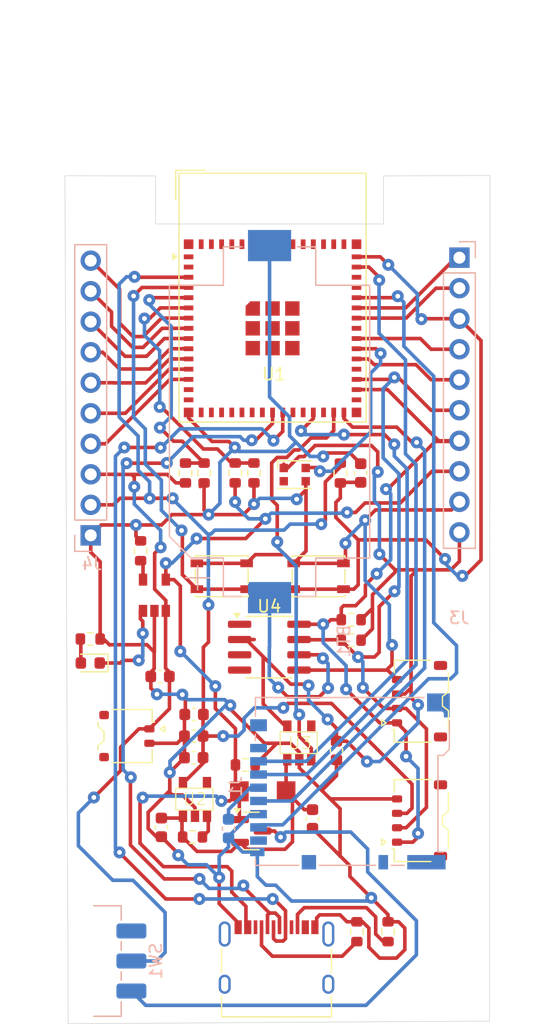
<source format=kicad_pcb>
(kicad_pcb (version 20240108) (generator "pcbnew") (generator_version "8.0")
  (layers (0 "F.Cu" signal) (31 "B.Cu" signal) (34 "B.Paste" user) (35 "F.Paste" user) (36 "B.SilkS" user "B.Silkscreen") (37 "F.SilkS" user "F.Silkscreen") (38 "B.Mask" user) (39 "F.Mask" user) (44 "Edge.Cuts" user))
  (net 0 "")
  (net 1 "Net-(BT1-+)")
  (net 2 "GND")
  (net 3 "VIN")
  (net 4 "+3.3V")
  (net 5 "3.3V2")
  (net 6 "Net-(J1-VDD)")
  (net 7 "RESET")
  (net 8 "VBAT")
  (net 10 "NEOPIXEL")
  (net 11 "VBUS")
  (net 12 "Net-(D3-A)")
  (net 13 "Net-(D3-K)")
  (net 15 "CLK")
  (net 16 "MOSI")
  (net 17 "CS")
  (net 18 "MISO")
  (net 20 "D+")
  (net 21 "Net-(J2-CC1)")
  (net 22 "D-")
  (net 23 "Net-(J2-CC2)")
  (net 26 "SCL")
  (net 27 "SDA")
  (net 28 "IO41")
  (net 29 "IO39")
  (net 30 "TX")
  (net 31 "RX")
  (net 32 "IO5")
  (net 33 "IO4")
  (net 34 "IO9")
  (net 35 "IO3")
  (net 36 "IO7")
  (net 37 "IO8")
  (net 38 "IO6")
  (net 39 "VBAT_SW_OUT")
  (net 40 "Net-(U2-EN)")
  (net 41 "IO2")
  (net 42 "IO1")
  (net 43 "Net-(U5-PROG)")
  (net 44 "IO42")
  (net 45 "IO11")
  (net 46 "IO15")
  (net 47 "IO12")
  (net 48 "IO33")
  (net 49 "IO10")
  (net 50 "IO13")
  (net 52 "VDD_SPI")
  (net 53 "IO17")
  (net 54 "IO38")
  (net 55 "BOOT")
  (net 57 "IO18")
  (net 58 "IO35")
  (net 59 "IO16")
  (net 60 "IO14")
  (footprint "Resistor_SMD:R_0603_1608Metric" (layer "F.Cu") (at 146.74 94.025 -90)
    (property "Reference" "R10" (hide yes))
    (property "Value" "3.3K" (hide yes))
  )
  (footprint "Resistor_SMD:R_0603_1608Metric" (layer "F.Cu") (at 159.48 132.2 90)
    (property "Reference" "R4" (hide yes))
    (property "Value" "5.1K" (hide yes))
  )
  (footprint "Resistor_SMD:R_0603_1608Metric" (layer "F.Cu") (at 150.18 118.32)
    (property "Reference" "R2" (hide yes))
    (property "Value" "100K" (hide yes))
  )
  (footprint "Capacitor_SMD:C_0603_1608Metric" (layer "F.Cu") (at 159.8 94.03 90)
    (property "Reference" "C9" (hide yes))
    (property "Value" "1uF" (hide yes))
  )
  (footprint "Package_SO:SOIC-8_3.9x4.9mm_P1.27mm" (layer "F.Cu") (at 152.18 108.52)
    (property "Reference" "U4")
    (property "Value" "DS3231MZ" (hide yes))
  )
  (footprint "Resistor_SMD:R_0603_1608Metric" (layer "F.Cu") (at 145.19 94.025 90)
    (property "Reference" "R9" (hide yes))
    (property "Value" "3.3K" (hide yes))
  )
  (footprint "Capacitor_SMD:C_0603_1608Metric" (layer "F.Cu") (at 155.78 122.82 -90)
    (property "Reference" "C7" (hide yes))
    (property "Value" "10uF" (hide yes))
  )
  (footprint "Connector_JST:JST_ACH_BM04B-ACHSS-A-GAN-ETF_1x04-1MP_P1.20mm_Vertical" (layer "F.Cu") (at 164.705 122.95 90)
    (property "Reference" "J5" (hide yes))
    (property "Value" "Conn_01x05_Socket" (hide yes))
  )
  (footprint "Capacitor_SMD:C_0603_1608Metric" (layer "F.Cu") (at 157.78 117.12 -90)
    (property "Reference" "C6" (hide yes))
    (property "Value" "10uF" (hide yes))
  )
  (footprint "Resistor_SMD:R_0603_1608Metric" (layer "F.Cu") (at 137.2525 107.84 180)
    (property "Reference" "R13" (hide yes))
    (property "Value" "100K" (hide yes))
  )
  (footprint "MountingHole:MountingHole_2.2mm_M2_DIN965" (layer "F.Cu") (at 167.79 136.87)
    (property "Reference" "REF**" (hide yes))
    (property "Value" "MountingHole_2.2mm_M2_DIN965" (hide yes))
  )
  (footprint "Resistor_SMD:R_0603_1608Metric" (layer "F.Cu") (at 159.005 107.94 180)
    (property "Reference" "R6" (hide yes))
    (property "Value" "3.3K" (hide yes))
  )
  (footprint "Resistor_SMD:R_0603_1608Metric" (layer "F.Cu") (at 149.33 94.02 90)
    (property "Reference" "R7" (hide yes))
    (property "Value" "3.3K" (hide yes))
  )
  (footprint "Capacitor_SMD:C_0603_1608Metric" (layer "F.Cu") (at 145.88 115.92 180)
    (property "Reference" "C4" (hide yes))
    (property "Value" "10uF" (hide yes))
  )
  (footprint "LED_SMD:LED_WS2812B-2020_PLCC4_2.0x2.0mm" (layer "F.Cu") (at 154.3 94.16)
    (property "Reference" "D1" (hide yes))
    (property "Value" "WS2812B" (hide yes))
  )
  (footprint "MountingHole:MountingHole_2.2mm_M2_DIN965" (layer "F.Cu") (at 164.8 71.8)
    (property "Reference" "REF**" (hide yes))
    (property "Value" "MountingHole_2.2mm_M2_DIN965" (hide yes))
  )
  (footprint "MountingHole:MountingHole_2.2mm_M2_DIN965" (layer "F.Cu") (at 139.6 71.9)
    (property "Reference" "REF**" (hide yes))
    (property "Value" "MountingHole_2.2mm_M2_DIN965" (hide yes))
  )
  (footprint "Resistor_SMD:R_0603_1608Metric" (layer "F.Cu") (at 141.45 100.5 -90)
    (property "Reference" "R12" (hide yes))
    (property "Value" "100K" (hide yes))
  )
  (footprint "Resistor_SMD:R_0603_1608Metric" (layer "F.Cu") (at 159.005 106.24 180)
    (property "Reference" "R5" (hide yes))
    (property "Value" "3.3K" (hide yes))
  )
  (footprint "Resistor_SMD:R_0603_1608Metric" (layer "F.Cu") (at 145.78 124.32)
    (property "Reference" "R1" (hide yes))
    (property "Value" "100K" (hide yes))
  )
  (footprint "Resistor_SMD:R_0603_1608Metric" (layer "F.Cu") (at 158.1 94.03 -90)
    (property "Reference" "R11" (hide yes))
    (property "Value" "5.1K" (hide yes))
  )
  (footprint "Bee-Data-Logger-footprints:SOT-23-5" (layer "F.Cu") (at 142.55 98.8)
    (property "Reference" "U5" (hide yes))
    (property "Value" "MCP73831/2" (hide yes))
  )
  (footprint "Capacitor_SMD:C_0603_1608Metric" (layer "F.Cu") (at 145.88 117.72 180)
    (property "Reference" "C3" (hide yes))
    (property "Value" "10uF" (hide yes))
  )
  (footprint "Capacitor_SMD:C_0603_1608Metric" (layer "F.Cu") (at 143.07 110.96 180)
    (property "Reference" "C10" (hide yes))
    (property "Value" "10uF" (hide yes))
  )
  (footprint "Bee-Data-Logger-footprints:TSOT-23-5" (layer "F.Cu") (at 154.68 116.62)
    (property "Reference" "U3")
    (property "Value" "RT9080-33GJ5" (hide yes))
  )
  (footprint "Button_Switch_SMD:SW_SPST_PTS810" (layer "F.Cu") (at 156.29 102.62)
    (property "Reference" "SW3" (hide yes))
    (property "Value" "SW_MEC_5E" (hide yes))
  )
  (footprint "Capacitor_SMD:C_0603_1608Metric" (layer "F.Cu") (at 143.18 123.52 -90)
    (property "Reference" "C1" (hide yes))
    (property "Value" "10uF" (hide yes))
  )
  (footprint "Resistor_SMD:R_0603_1608Metric" (layer "F.Cu") (at 162.08 132.2 -90)
    (property "Reference" "R3" (hide yes))
    (property "Value" "5.1K" (hide yes))
  )
  (footprint "Capacitor_SMD:C_0603_1608Metric" (layer "F.Cu") (at 145.905 114.12 180)
    (property "Reference" "C5" (hide yes))
    (property "Value" "10uF" (hide yes))
  )
  (footprint "Connector_JST:JST_ACH_BM02B-ACHSS-GAN-ETF_1x02-1MP_P1.20mm_Vertical" (layer "F.Cu") (at 140.305 115.92 -90)
    (property "Reference" "J7" (hide yes))
    (property "Value" "Conn_01x02" (hide yes))
  )
  (footprint "Bee-Data-Logger-footprints:DO-214AC" (layer "F.Cu") (at 151.73 125.47 180)
    (property "Reference" "D2" (hide yes))
    (property "Value" "D_Schottky" (hide yes))
  )
  (footprint "Resistor_SMD:R_0603_1608Metric" (layer "F.Cu") (at 150.9 94.02 -90)
    (property "Reference" "R8" (hide yes))
    (property "Value" "3.3K" (hide yes))
  )
  (footprint "Connector_JST:JST_ACH_BM04B-ACHSS-A-GAN-ETF_1x04-1MP_P1.20mm_Vertical" (layer "F.Cu") (at 164.705 113.02 90)
    (property "Reference" "J6" (hide yes))
    (property "Value" "Conn_01x05_Socket" (hide yes))
  )
  (footprint "LED_SMD:LED_0603_1608Metric" (layer "F.Cu") (at 137.2525 109.84 180)
    (property "Reference" "D3" (hide yes))
    (property "Value" "LED" (hide yes))
  )
  (footprint "Connector_USB:USB_C_Receptacle_XKB_U262-16XN-4BVC11" (layer "F.Cu") (at 152.78 135.5)
    (property "Reference" "J2" (hide yes))
    (property "Value" "USB_C_Receptacle_USB2.0_16P" (hide yes))
  )
  (footprint "Package_TO_SOT_SMD:SOT-23" (layer "F.Cu") (at 150.68 123.82)
    (property "Reference" "Q1" (hide yes))
    (property "Value" "DMP2045UQ" (hide yes))
  )
  (footprint "Button_Switch_SMD:SW_SPST_PTS810" (layer "F.Cu") (at 148.215 102.62)
    (property "Reference" "SW2" (hide yes))
    (property "Value" "SW_MEC_5E" (hide yes))
  )
  (footprint "RF_Module:ESP32-S2-MINI-1" (layer "F.Cu") (at 152.45 79.435)
    (property "Reference" "U1")
    (property "Value" "ESP32-S3-MINI-1")
  )
  (footprint "Bee-Data-Logger-footprints:TSOT-23-5" (layer "F.Cu") (at 145.98 121.32)
    (property "Reference" "U2")
    (property "Value" "RT9080-33GJ5" (hide yes))
  )
  (footprint "Connector_PinHeader_2.54mm:PinHeader_1x10_P2.54mm_Vertical" (layer "B.Cu") (at 168.03 76.105 180)
    (property "Reference" "J3")
    (property "Value" "Conn_01x10_Socket" (hide yes))
  )
  (footprint "Capacitor_SMD:C_0603_1608Metric" (layer "B.Cu") (at 148.78 123.62 90)
    (property "Reference" "C8" (hide yes))
    (property "Value" "1uF" (hide yes))
  )
  (footprint "Button_Switch_SMD:SW_SPDT_CK_JS102011SAQN" (layer "B.Cu") (at 137.93 134.64 90)
    (property "Reference" "SW1")
    (property "Value" "SW_DPDT_x2" (hide yes))
  )
  (footprint "Connector_Card:microSD_HC_Hirose_DM3BT-DSF-PEJS" (layer "B.Cu") (at 158.905 119.695 -90)
    (property "Reference" "J1")
    (property "Value" "Micro_SD_Card" (hide yes))
  )
  (footprint "Battery:BatteryHolder_Keystone_1060_1x2032" (layer "B.Cu") (at 152.2 89.75 90)
    (property "Reference" "BT1")
    (property "Value" "Battery_Cell")
  )
  (footprint "Connector_PinHeader_2.54mm:PinHeader_1x10_P2.54mm_Vertical" (layer "B.Cu") (at 137.29 99.215)
    (property "Reference" "J4")
    (property "Value" "Conn_01x10_Socket" (hide yes))
  )
  (gr_poly (pts (xy 142.7 69.3) (xy 135.14 69.29) (xy 135.41 139.86) (xy 170.54 139.64) (xy 170.58 69.27) (xy 161.7 69.3) (xy 161.7 73.3) (xy 142.7 73.3)) (stroke (width 0.05)) (fill none) (layer "Edge.Cuts"))
  (segment (start 157.08 111.92) (end 156.35 112.65) (width 0.3) (layer "F.Cu") (net 1))
  (segment (start 156.355 109.155) (end 154.655 109.155) (width 0.3) (layer "F.Cu") (net 1))
  (segment (start 156.35 112.65) (end 153.7 112.65) (width 0.3) (layer "F.Cu") (net 1))
  (segment (start 156.645 109.445) (end 156.355 109.155) (width 0.3) (layer "F.Cu") (net 1))
  (segment (start 153.7 112.65) (end 152.925 111.875) (width 0.3) (layer "F.Cu") (net 1))
  (via (at 156.645 109.445) (size 1) (drill 0.4) (layers "F.Cu" "B.Cu") (net 1))
  (via (at 157.08 111.92) (size 1) (drill 0.4) (layers "F.Cu" "B.Cu") (net 1))
  (via (at 152.925 111.875) (size 1) (drill 0.4) (layers "F.Cu" "B.Cu") (net 1))
  (segment (start 152.2 108.5) (end 152.2 104.4) (width 0.3) (layer "B.Cu") (net 1))
  (segment (start 156.645 109.445) (end 157.08 109.88) (width 0.3) (layer "B.Cu") (net 1))
  (segment (start 152.18 111.13) (end 152.18 108.52) (width 0.3) (layer "B.Cu") (net 1))
  (segment (start 152.925 111.875) (end 152.18 111.13) (width 0.3) (layer "B.Cu") (net 1))
  (segment (start 157.08 109.88) (end 157.08 111.92) (width 0.3) (layer "B.Cu") (net 1))
  (segment (start 152.18 108.52) (end 152.2 108.5) (width 0.3) (layer "B.Cu") (net 1))
  (segment (start 143.2 98.35) (end 141.06 98.35) (width 0.3) (layer "F.Cu") (net 2))
  (segment (start 143.88 119.82) (end 143.88 120.62) (width 0.3) (layer "F.Cu") (net 2))
  (segment (start 161.95 110.43) (end 154.66 110.43) (width 0.3) (layer "F.Cu") (net 2))
  (segment (start 138.165 98.35) (end 137.29 99.225) (width 0.3) (layer "F.Cu") (net 2))
  (segment (start 162.08 131.375) (end 162.955 131.375) (width 0.3) (layer "F.Cu") (net 2))
  (segment (start 148.8 91.4) (end 147.4 91.4) (width 0.3) (layer "F.Cu") (net 2))
  (segment (start 158.08 125.92) (end 158.08 121.97) (width 0.3) (layer "F.Cu") (net 2))
  (segment (start 137.29 99.225) (end 137.29 100.62) (width 0.3) (layer "F.Cu") (net 2))
  (segment (start 151.78 116.52) (end 152.805 116.52) (width 0.3) (layer "F.Cu") (net 2))
  (segment (start 157.78 119.22) (end 156.555 120.445) (width 0.3) (layer "F.Cu") (net 2))
  (segment (start 156.555 120.445) (end 154.68 118.57) (width 0.3) (layer "F.Cu") (net 2))
  (segment (start 145.105 114.145) (end 145.13 114.12) (width 0.3) (layer "F.Cu") (net 2))
  (segment (start 160.48 133.5) (end 161.38 134.4) (width 0.3) (layer "F.Cu") (net 2))
  (segment (start 148 129.87) (end 149.73 131.6) (width 0.3) (layer "F.Cu") (net 2))
  (segment (start 142.58 108.92) (end 141.98 108.32) (width 0.3) (layer "F.Cu") (net 2))
  (segment (start 142.81 112.44) (end 142.305 111.935) (width 0.3) (layer "F.Cu") (net 2))
  (segment (start 163.48 131.9) (end 162.955 131.375) (width 0.3) (layer "F.Cu") (net 2))
  (segment (start 143.88 120.46) (end 143.88 119.82) (width 0.3) (layer "F.Cu") (net 2))
  (segment (start 145.18 114.07) (end 145.13 114.12) (width 0.3) (layer "F.Cu") (net 2))
  (segment (start 142.08 122.26) (end 143.88 120.46) (width 0.3) (layer "F.Cu") (net 2))
  (segment (start 158.08 121.97) (end 157.255 121.145) (width 0.3) (layer "F.Cu") (net 2))
  (segment (start 143.88 118.945) (end 143.88 119.82) (width 0.3) (layer "F.Cu") (net 2))
  (segment (start 162.83 111.22) (end 162.04 110.43) (width 0.3) (layer "F.Cu") (net 2))
  (segment (start 154.68 118.57) (end 154.68 117.87) (width 0.3) (layer "F.Cu") (net 2))
  (segment (start 156.38 130.8) (end 156.13 131.05) (width 0.3) (layer "F.Cu") (net 2))
  (segment (start 151.015 100.82) (end 150.29 101.545) (width 0.3) (layer "F.Cu") (net 2))
  (segment (start 146.99 95.05) (end 146.79 94.85) (width 0.3) (layer "F.Cu") (net 2))
  (segment (start 162.78 134.4) (end 163.48 133.7) (width 0.3) (layer "F.Cu") (net 2))
  (segment (start 162.41 109.97) (end 161.95 110.43) (width 0.3) (layer "F.Cu") (net 2))
  (segment (start 162.41 108.34) (end 162.41 109.97) (width 0.3) (layer "F.Cu") (net 2))
  (segment (start 141.98 108.32) (end 138.89 108.32) (width 0.3) (layer "F.Cu") (net 2))
  (segment (start 138.37 107.84) (end 138.0775 107.84) (width 0.3) (layer "F.Cu") (net 2))
  (segment (start 162.08 130.78) (end 162.08 131.375) (width 0.3) (layer "F.Cu") (net 2))
  (segment (start 144.08 120.82) (end 144.93 120.82) (width 0.3) (layer "F.Cu") (net 2))
  (segment (start 159.955 131.375) (end 160.48 131.9) (width 0.3) (layer "F.Cu") (net 2))
  (segment (start 148.93 113.36) (end 148.93 113.67) (width 0.3) (layer "F.Cu") (net 2))
  (segment (start 144.93 112.47) (end 145.18 112.72) (width 0.3) (layer "F.Cu") (net 2))
  (segment (start 160.48 131.9) (end 160.48 133.5) (width 0.3) (layer "F.Cu") (net 2))
  (segment (start 144.585 125.835) (end 144.585 125.7) (width 0.3) (layer "F.Cu") (net 2))
  (segment (start 158.9 126.715) (end 158.08 125.895) (width 0.3) (layer "F.Cu") (net 2))
  (segment (start 157.78 117.895) (end 157.78 119.22) (width 0.3) (layer "F.Cu") (net 2))
  (segment (start 149.73 131.6) (end 149.73 131.83) (width 0.3) (layer "F.Cu") (net 2))
  (segment (start 158.08 125.895) (end 155.78 123.595) (width 0.3) (layer "F.Cu") (net 2))
  (segment (start 154.66 110.43) (end 154.655 110.425) (width 0.3) (layer "F.Cu") (net 2))
  (segment (start 142.305 110.595) (end 142.58 110.32) (width 0.3) (layer "F.Cu") (net 2))
  (segment (start 157.26 121.15) (end 157.255 121.145) (width 0.3) (layer "F.Cu") (net 2))
  (segment (start 159.48 131.375) (end 158.655 131.375) (width 0.3) (layer "F.Cu") (net 2))
  (segment (start 154.46 96.21) (end 155.24 95.43) (width 0.3) (layer "F.Cu") (net 2))
  (segment (start 137.29 100.62) (end 138.0775 101.4075) (width 0.3) (layer "F.Cu") (net 2))
  (segment (start 158.08 125.92) (end 158.08 125.895) (width 0.3) (layer "F.Cu") (net 2))
  (segment (start 142.6 105.5) (end 142.6 108.9) (width 0.3) (layer "F.Cu") (net 2))
  (segment (start 142.58 110.32) (end 142.58 108.92) (width 0.3) (layer "F.Cu") (net 2))
  (segment (start 143.18 124.295) (end 142.755 124.295) (width 0.3) (layer "F.Cu") (net 2))
  (segment (start 154.215 101.545) (end 153.49 100.82) (width 0.3) (layer "F.Cu") (net 2))
  (segment (start 167.355 97.1) (end 168.03 96.425) (width 0.3) (layer "F.Cu") (net 2))
  (segment (start 142.6 108.9) (end 142.58 108.92) (width 0.3) (layer "F.Cu") (net 2))
  (segment (start 153.49 100.82) (end 151.015 100.82) (width 0.3) (layer "F.Cu") (net 2))
  (segment (start 143.88 120.62) (end 144.08 120.82) (width 0.3) (layer "F.Cu") (net 2))
  (segment (start 138.0775 107.84) (end 138.0775 107.255) (width 0.3) (layer "F.Cu") (net 2))
  (segment (start 158.9 127.6) (end 158.9 126.715) (width 0.3) (layer "F.Cu") (net 2))
  (segment (start 146.74 97.11) (end 146.74 94.85) (width 0.3) (layer "F.Cu") (net 2))
  (segment (start 147.4 91.4) (end 145.45 89.45) (width 0.3) (layer "F.Cu") (net 2))
  (segment (start 161.38 134.4) (end 162.78 134.4) (width 0.3) (layer "F.Cu") (net 2))
  (segment (start 138.0775 101.4075) (end 138.0775 107.84) (width 0.3) (layer "F.Cu") (net 2))
  (segment (start 141.06 98.35) (end 141.06 99.285) (width 0.3) (layer "F.Cu") (net 2))
  (segment (start 155.215 94.71) (end 155.215 95.405) (width 0.3) (layer "F.Cu") (net 2))
  (segment (start 163.48 133.7) (end 163.48 131.9) (width 0.3) (layer "F.Cu") (net 2))
  (segment (start 148.93 113.67) (end 151.78 116.52) (width 0.3) (layer "F.Cu") (net 2))
  (segment (start 146.79 94.85) (end 146.74 94.85) (width 0.3) (layer "F.Cu") (net 2))
  (segment (start 159.48 131.375) (end 159.955 131.375) (width 0.3) (layer "F.Cu") (net 2))
  (segment (start 145.98 121.87) (end 145.98 122.57) (width 0.3) (layer "F.Cu") (net 2))
  (segment (start 150.29 101.545) (end 146.14 101.545) (width 0.3) (layer "F.Cu") (net 2))
  (segment (start 161.03 97.1) (end 167.355 97.1) (width 0.3) (layer "F.Cu") (net 2))
  (segment (start 147.12 97.49) (end 146.74 97.11) (width 0.3) (layer "F.Cu") (net 2))
  (segment (start 147.12 97.49) (end 144.06 97.49) (width 0.3) (layer "F.Cu") (net 2))
  (segment (start 150.9 94.845) (end 150.9 96.61) (width 0.3) (layer "F.Cu") (net 2))
  (segment (start 156.97 92.36) (end 158.905 92.36) (width 0.3) (layer "F.Cu") (net 2))
  (segment (start 158.905 92.36) (end 159.8 93.255) (width 0.3) (layer "F.Cu") (net 2))
  (segment (start 155.24 95.43) (end 155.24 100.52) (width 0.3) (layer "F.Cu") (net 2))
  (segment (start 142.755 124.295) (end 142.08 123.62) (width 0.3) (layer "F.Cu") (net 2))
  (segment (start 144.585 125.7) (end 143.18 124.295) (width 0.3) (layer "F.Cu") (net 2))
  (segment (start 142.18 116.52) (end 144.505 116.52) (width 0.3) (layer "F.Cu") (net 2))
  (segment (start 154.68 117.26) (end 153.94 116.52) (width 0.3) (layer "F.Cu") (net 2))
  (segment (start 152.805 116.52) (end 151.005 118.32) (width 0.3) (layer "F.Cu") (net 2))
  (segment (start 156.13 131.05) (end 156.13 131.83) (width 0.3) (layer "F.Cu") (net 2))
  (segment (start 156.68 92.65) (end 156.97 92.36) (width 0.3) (layer "F.Cu") (net 2))
  (segment (start 138.89 108.32) (end 138.87 108.34) (width 0.3) (layer "F.Cu") (net 2))
  (segment (start 146.43 95.16) (end 146.74 94.85) (width 0.3) (layer "F.Cu") (net 2))
  (segment (start 142.08 123.62) (end 142.08 122.26) (width 0.3) (layer "F.Cu") (net 2))
  (segment (start 138.87 108.34) (end 138.37 107.84) (width 0.3) (layer "F.Cu") (net 2))
  (segment (start 158.53 101.38) (end 158.53 99.88) (width 0.3) (layer "F.Cu") (net 2))
  (segment (start 149.3 91.9) (end 148.8 91.4) (width 0.3) (layer "F.Cu") (net 2))
  (segment (start 162.04 110.43) (end 161.95 110.43) (width 0.3) (layer "F.Cu") (net 2))
  (segment (start 144.505 116.52) (end 145.105 115.92) (width 0.3) (layer "F.Cu") (net 2))
  (segment (start 160.68 129.38) (end 162.08 130.78) (width 0.3) (layer "F.Cu") (net 2))
  (segment (start 147.12 97.49) (end 150.02 97.49) (width 0.3) (layer "F.Cu") (net 2))
  (segment (start 144.06 97.49) (end 143.2 98.35) (width 0.3) (layer "F.Cu") (net 2))
  (segment (start 145.105 117.72) (end 143.88 118.945) (width 0.3) (layer "F.Cu") (net 2))
  (segment (start 158.365 101.545) (end 158.53 101.38) (width 0.3) (layer "F.Cu") (net 2))
  (segment (start 141.06 98.35) (end 138.165 98.35) (width 0.3) (layer "F.Cu") (net 2))
  (segment (start 141.06 99.285) (end 141.45 99.675) (width 0.3) (layer "F.Cu") (net 2))
  (segment (start 145.45 89.45) (end 145.45 88.985) (width 0.3) (layer "F.Cu") (net 2))
  (segment (start 145.18 112.72) (end 145.18 114.07) (width 0.3) (layer "F.Cu") (net 2))
  (segment (start 155.215 95.405) (end 155.24 95.43) (width 0.3) (layer "F.Cu") (net 2))
  (segment (start 145.105 115.92) (end 145.105 114.145) (width 0.3) (layer "F.Cu") (net 2))
  (segment (start 154.68 117.87) (end 154.68 117.26) (width 0.3) (layer "F.Cu") (net 2))
  (segment (start 160.68 129.38) (end 158.9 127.6) (width 0.3) (layer "F.Cu") (net 2))
  (segment (start 160.17 97.96) (end 161.03 97.1) (width 0.3) (layer "F.Cu") (net 2))
  (segment (start 158.365 101.545) (end 154.215 101.545) (width 0.3) (layer "F.Cu") (net 2))
  (segment (start 144.93 120.82) (end 145.98 121.87) (width 0.3) (layer "F.Cu") (net 2))
  (segment (start 148 127.69) (end 148 129.87) (width 0.3) (layer "F.Cu") (net 2))
  (segment (start 142.305 111.935) (end 142.305 110.595) (width 0.3) (layer "F.Cu") (net 2))
  (segment (start 158.655 131.375) (end 158.08 130.8) (width 0.3) (layer "F.Cu") (net 2))
  (segment (start 158.08 130.8) (end 156.38 130.8) (width 0.3) (layer "F.Cu") (net 2))
  (segment (start 150.02 97.49) (end 150.9 96.61) (width 0.3) (layer "F.Cu") (net 2))
  (segment (start 145.105 117.72) (end 145.105 115.92) (width 0.3) (layer "F.Cu") (net 2))
  (segment (start 153.94 116.52) (end 152.805 116.52) (width 0.3) (layer "F.Cu") (net 2))
  (segment (start 157.255 121.145) (end 156.555 120.445) (width 0.3) (layer "F.Cu") (net 2))
  (segment (start 155.24 100.52) (end 154.215 101.545) (width 0.3) (layer "F.Cu") (net 2))
  (segment (start 162.83 121.15) (end 157.26 121.15) (width 0.3) (layer "F.Cu") (net 2))
  (via (at 148 127.69) (size 1) (drill 0.4) (layers "F.Cu" "B.Cu") (net 2))
  (via (at 147.12 97.49) (size 1) (drill 0.4) (layers "F.Cu" "B.Cu") (net 2))
  (via (at 150.9 96.61) (size 1) (drill 0.4) (layers "F.Cu" "B.Cu") (net 2))
  (via (at 160.17 97.96) (size 1) (drill 0.4) (layers "F.Cu" "B.Cu") (net 2))
  (via (at 148.93 113.36) (size 1) (drill 0.4) (layers "F.Cu" "B.Cu") (net 2))
  (via (at 144.93 112.47) (size 1) (drill 0.4) (layers "F.Cu" "B.Cu") (net 2))
  (via (at 162.41 108.34) (size 1) (drill 0.4) (layers "F.Cu" "B.Cu") (net 2))
  (via (at 143.88 118.945) (size 1) (drill 0.4) (layers "F.Cu" "B.Cu") (net 2))
  (via (at 160.68 129.38) (size 1) (drill 0.4) (layers "F.Cu" "B.Cu") (net 2))
  (via (at 142.81 112.44) (size 1) (drill 0.4) (layers "F.Cu" "B.Cu") (net 2))
  (via (at 156.68 92.65) (size 1) (drill 0.4) (layers "F.Cu" "B.Cu") (net 2))
  (via (at 149.3 91.9) (size 1) (drill 0.4) (layers "F.Cu" "B.Cu") (net 2))
  (via (at 144.585 125.835) (size 1) (drill 0.4) (layers "F.Cu" "B.Cu") (net 2))
  (via (at 154.46 96.21) (size 1) (drill 0.4) (layers "F.Cu" "B.Cu") (net 2))
  (via (at 141.06 98.35) (size 1) (drill 0.4) (layers "F.Cu" "B.Cu") (net 2))
  (via (at 158.53 99.88) (size 1) (drill 0.4) (layers "F.Cu" "B.Cu") (net 2))
  (segment (start 146.94 126.63) (end 148 127.69) (width 0.3) (layer "B.Cu") (net 2))
  (segment (start 160.17 102.98) (end 160.17 97.93) (width 0.3) (layer "B.Cu") (net 2))
  (segment (start 145.38 126.63) (end 146.94 126.63) (width 0.3) (layer "B.Cu") (net 2))
  (segment (start 160.17 97.96) (end 160.17 97.93) (width 0.3) (layer "B.Cu") (net 2))
  (segment (start 152.71 128.33) (end 151.9 128.33) (width 0.3) (layer "B.Cu") (net 2))
  (segment (start 162.19 108.12) (end 162.19 105) (width 0.3) (layer "B.Cu") (net 2))
  (segment (start 148.93 113.36) (end 148.54 113.36) (width 0.3) (layer "B.Cu") (net 2))
  (segment (start 148.54 113.36) (end 143.9 118) (width 0.3) (layer "B.Cu") (net 2))
  (segment (start 154.4 91.46) (end 153.87 90.93) (width 0.3) (layer "B.Cu") (net 2))
  (segment (start 153.63 92.23) (end 154.4 91.46) (width 0.3) (layer "B.Cu") (net 2))
  (segment (start 144.93 112.47) (end 144.9 112.44) (width 0.3) (layer "B.Cu") (net 2))
  (segment (start 148.46 112.89) (end 148.93 113.36) (width 0.3) (layer "B.Cu") (net 2))
  (segment (start 144.585 125.835) (end 145.38 126.63) (width 0.3) (layer "B.Cu") (net 2))
  (segment (start 158.53 99.88) (end 158.53 99.6) (width 0.3) (layer "B.Cu") (net 2))
  (segment (start 148 126.69) (end 148 127.69) (width 0.3) (layer "B.Cu") (net 2))
  (segment (start 148 125.92) (end 148.78 125.14) (width 0.3) (layer "B.Cu") (net 2))
  (segment (start 152.2 87.7) (end 152.2 75.1) (width 0.3) (layer "B.Cu") (net 2))
  (segment (start 151.9 128.33) (end 151.18 127.61) (width 0.3) (layer "B.Cu") (net 2))
  (segment (start 150.9 96.61) (end 151.373553 96.136447) (width 0.3) (layer "B.Cu") (net 2))
  (segment (start 162.19 105) (end 160.17 102.98) (width 0.3) (layer "B.Cu") (net 2))
  (segment (start 151.373553 96.136447) (end 154.386447 96.136447) (width 0.3) (layer "B.Cu") (net 2))
  (segment (start 162.41 108.34) (end 162.19 108.12) (width 0.3) (layer "B.Cu") (net 2))
  (segment (start 148.06 96.55) (end 148.06 93.14) (width 0.3) (layer "B.Cu") (net 2))
  (segment (start 154.386447 96.136447) (end 154.46 96.21) (width 0.3) (layer "B.Cu") (net 2))
  (segment (start 148.78 125.14) (end 148.78 124.395) (width 0.3) (layer "B.Cu") (net 2))
  (segment (start 144.9 112.44) (end 142.81 112.44) (width 0.3) (layer "B.Cu") (net 2))
  (segment (start 148.78 124.27) (end 148.78 124.395) (width 0.3) (layer "B.Cu") (net 2))
  (segment (start 148.06 93.14) (end 149.3 91.9) (width 0.3) (layer "B.Cu") (net 2))
  (segment (start 155.59 92.65) (end 154.4 91.46) (width 0.3) (layer "B.Cu") (net 2))
  (segment (start 145.35 112.89) (end 148.46 112.89) (width 0.3) (layer "B.Cu") (net 2))
  (segment (start 143.9 118.925) (end 143.88 118.945) (width 0.3) (layer "B.Cu") (net 2))
  (segment (start 153.87 89.37) (end 152.2 87.7) (width 0.3) (layer "B.Cu") (net 2))
  (segment (start 160.68 129.38) (end 160.41 129.65) (width 0.3) (layer "B.Cu") (net 2))
  (segment (start 147.12 97.49) (end 148.06 96.55) (width 0.3) (layer "B.Cu") (net 2))
  (segment (start 144.93 112.47) (end 145.35 112.89) (width 0.3) (layer "B.Cu") (net 2))
  (segment (start 160.41 129.65) (end 154.03 129.65) (width 0.3) (layer "B.Cu") (net 2))
  (segment (start 149.955 125.57) (end 151.18 125.57) (width 0.3) (layer "B.Cu") (net 2))
  (segment (start 151.28 122.42) (end 150.63 122.42) (width 0.3) (layer "B.Cu") (net 2))
  (segment (start 151.18 127.61) (end 151.18 125.57) (width 0.3) (layer "B.Cu") (net 2))
  (segment (start 148.78 124.395) (end 149.955 125.57) (width 0.3) (layer "B.Cu") (net 2))
  (segment (start 153.87 90.93) (end 153.87 89.37) (width 0.3) (layer "B.Cu") (net 2))
  (segment (start 143.9 118) (end 143.9 118.925) (width 0.3) (layer "B.Cu") (net 2))
  (segment (start 149.3 91.9) (end 149.63 92.23) (width 0.3) (layer "B.Cu") (net 2))
  (segment (start 154.03 129.65) (end 152.71 128.33) (width 0.3) (layer "B.Cu") (net 2))
  (segment (start 156.68 92.65) (end 155.59 92.65) (width 0.3) (layer "B.Cu") (net 2))
  (segment (start 148 127.69) (end 148 125.92) (width 0.3) (layer "B.Cu") (net 2))
  (segment (start 158.53 99.6) (end 160.17 97.96) (width 0.3) (layer "B.Cu") (net 2))
  (segment (start 149.63 92.23) (end 153.63 92.23) (width 0.3) (layer "B.Cu") (net 2))
  (segment (start 150.63 122.42) (end 148.78 124.27) (width 0.3) (layer "B.Cu") (net 2))
  (segment (start 153.49 125.34) (end 150.3125 125.34) (width 0.3) (layer "F.Cu") (net 3))
  (segment (start 155.78 122.045) (end 155.105 122.045) (width 0.3) (layer "F.Cu") (net 3))
  (segment (start 149.7425 124.77) (end 148.9925 125.52) (width 0.3) (layer "F.Cu") (net 3))
  (segment (start 144.9 124.265) (end 144.9 122.65) (width 0.3) (layer "F.Cu") (net 3))
  (segment (start 154.11 121.05) (end 154.11 124.72) (width 0.3) (layer "F.Cu") (net 3))
  (segment (start 144.955 124.32) (end 144.9 124.265) (width 0.3) (layer "F.Cu") (net 3))
  (segment (start 146.155 125.52) (end 144.955 124.32) (width 0.3) (layer "F.Cu") (net 3))
  (segment (start 153.58 120.52) (end 153.58 117.97) (width 0.3) (layer "F.Cu") (net 3))
  (segment (start 144.805 122.745) (end 144.98 122.57) (width 0.3) (layer "F.Cu") (net 3))
  (segment (start 155.105 122.045) (end 153.58 120.52) (width 0.3) (layer "F.Cu") (net 3))
  (segment (start 153.58 120.52) (end 154.11 121.05) (width 0.3) (layer "F.Cu") (net 3))
  (segment (start 150.3125 125.34) (end 149.7425 124.77) (width 0.3) (layer "F.Cu") (net 3))
  (segment (start 154.11 124.72) (end 153.49 125.34) (width 0.3) (layer "F.Cu") (net 3))
  (segment (start 143.18 122.745) (end 144.805 122.745) (width 0.3) (layer "F.Cu") (net 3))
  (segment (start 148.9925 125.52) (end 146.155 125.52) (width 0.3) (layer "F.Cu") (net 3))
  (segment (start 144.9 122.65) (end 144.98 122.57) (width 0.3) (layer "F.Cu") (net 3))
  (segment (start 153.58 117.97) (end 153.68 117.87) (width 0.3) (layer "F.Cu") (net 3))
  (segment (start 156.85 97.94) (end 156.51 98.28) (width 0.3) (layer "F.Cu") (net 4))
  (segment (start 140.975 77.735) (end 145.45 77.735) (width 0.3) (layer "F.Cu") (net 4))
  (segment (start 139.735 96.13) (end 139.19 96.675) (width 0.3) (layer "F.Cu") (net 4))
  (segment (start 146.655 118.185) (end 146.655 117.72) (width 0.3) (layer "F.Cu") (net 4))
  (segment (start 146.655 114.145) (end 146.68 114.12) (width 0.3) (layer "F.Cu") (net 4))
  (segment (start 146.655 117.72) (end 146.655 115.92) (width 0.3) (layer "F.Cu") (net 4))
  (segment (start 146.655 115.92) (end 146.655 114.145) (width 0.3) (layer "F.Cu") (net 4))
  (segment (start 163.65 122.35) (end 162.83 122.35) (width 0.3) (layer "F.Cu") (net 4))
  (segment (start 153.72 113.2) (end 157.36 113.2) (width 0.3) (layer "F.Cu") (net 4))
  (segment (start 140.94 77.7) (end 140.975 77.735) (width 0.3) (layer "F.Cu") (net 4))
  (segment (start 144.98 119.82) (end 145.02 119.82) (width 0.3) (layer "F.Cu") (net 4))
  (segment (start 146.68 108.53) (end 147.11 108.1) (width 0.3) (layer "F.Cu") (net 4))
  (segment (start 142.2 96.14) (end 142.21 96.13) (width 0.3) (layer "F.Cu") (net 4))
  (segment (start 142.2 96.14) (end 142.19 96.13) (width 0.3) (layer "F.Cu") (net 4))
  (segment (start 164.08 121.92) (end 163.65 122.35) (width 0.3) (layer "F.Cu") (net 4))
  (segment (start 148.33 115.92) (end 146.655 115.92) (width 0.3) (layer "F.Cu") (net 4))
  (segment (start 164.08 119.92) (end 164.08 121.92) (width 0.3) (layer "F.Cu") (net 4))
  (segment (start 146.68 108.53) (end 146.68 114.12) (width 0.3) (layer "F.Cu") (net 4))
  (segment (start 156.85 94.77) (end 156.85 97.94) (width 0.3) (layer "F.Cu") (net 4))
  (segment (start 153.35 113.57) (end 153.72 113.2) (width 0.3) (layer "F.Cu") (net 4))
  (segment (start 139.19 96.675) (end 137.29 96.675) (width 0.3) (layer "F.Cu") (net 4))
  (segment (start 158.1 93.52) (end 156.85 94.77) (width 0.3) (layer "F.Cu") (net 4))
  (segment (start 147.11 108.1) (end 147.11 104.99) (width 0.3) (layer "F.Cu") (net 4))
  (segment (start 142.21 96.13) (end 144.12 96.13) (width 0.3) (layer "F.Cu") (net 4))
  (segment (start 145.02 119.82) (end 146.655 118.185) (width 0.3) (layer "F.Cu") (net 4))
  (segment (start 157.36 113.2) (end 164.08 119.92) (width 0.3) (layer "F.Cu") (net 4))
  (segment (start 142.19 96.13) (end 139.735 96.13) (width 0.3) (layer "F.Cu") (net 4))
  (segment (start 158.1 93.205) (end 158.1 93.52) (width 0.3) (layer "F.Cu") (net 4))
  (via (at 156.51 98.28) (size 1) (drill 0.4) (layers "F.Cu" "B.Cu") (net 4))
  (via (at 144.12 96.13) (size 1) (drill 0.4) (layers "F.Cu" "B.Cu") (net 4))
  (via (at 140.94 77.7) (size 1) (drill 0.4) (layers "F.Cu" "B.Cu") (net 4))
  (via (at 142.2 96.14) (size 1) (drill 0.4) (layers "F.Cu" "B.Cu") (net 4))
  (via (at 147.11 104.99) (size 1) (drill 0.4) (layers "F.Cu" "B.Cu") (net 4))
  (via (at 153.35 113.57) (size 1) (drill 0.4) (layers "F.Cu" "B.Cu") (net 4))
  (via (at 148.33 115.92) (size 1) (drill 0.4) (layers "F.Cu" "B.Cu") (net 4))
  (segment (start 140.27 77.7) (end 140.265 77.695) (width 0.3) (layer "B.Cu") (net 4))
  (segment (start 153.91 98.28) (end 153.89 98.3) (width 0.3) (layer "B.Cu") (net 4))
  (segment (start 141.24 93.8) (end 142.2 94.76) (width 0.3) (layer "B.Cu") (net 4))
  (segment (start 139.66 78.3) (end 139.66 89.37) (width 0.3) (layer "B.Cu") (net 4))
  (segment (start 150.08 115.42) (end 149.58 115.92) (width 0.3) (layer "B.Cu") (net 4))
  (segment (start 144.12 96.13) (end 144.12 96.19) (width 0.3) (layer "B.Cu") (net 4))
  (segment (start 150.08 114.42) (end 150.08 115.42) (width 0.3) (layer "B.Cu") (net 4))
  (segment (start 140.265 77.695) (end 139.66 78.3) (width 0.3) (layer "B.Cu") (net 4))
  (segment (start 149.58 115.92) (end 148.33 115.92) (width 0.3) (layer "B.Cu") (net 4))
  (segment (start 144.12 96.19) (end 147.04 99.11) (width 0.3) (layer "B.Cu") (net 4))
  (segment (start 147.1 99.11) (end 147.1 103.7) (width 0.3) (layer "B.Cu") (net 4))
  (segment (start 153.89 98.3) (end 153.41 98.78) (width 0.3) (layer "B.Cu") (net 4))
  (segment (start 141.24 90.95) (end 141.24 93.8) (width 0.3) (layer "B.Cu") (net 4))
  (segment (start 153.41 98.78) (end 147.64 98.78) (width 0.3) (layer "B.Cu") (net 4))
  (segment (start 147.1 99.11) (end 147.31 99.11) (width 0.3) (layer "B.Cu") (net 4))
  (segment (start 142.2 94.76) (end 142.2 96.14) (width 0.3) (layer "B.Cu") (net 4))
  (segment (start 147.11 103.71) (end 147.11 104.99) (width 0.3) (layer "B.Cu") (net 4))
  (segment (start 147.04 99.11) (end 147.1 99.11) (width 0.3) (layer "B.Cu") (net 4))
  (segment (start 140.94 77.7) (end 140.27 77.7) (width 0.3) (layer "B.Cu") (net 4))
  (segment (start 147.31 99.11) (end 147.64 98.78) (width 0.3) (layer "B.Cu") (net 4))
  (segment (start 153.35 113.57) (end 150.93 113.57) (width 0.3) (layer "B.Cu") (net 4))
  (segment (start 156.51 98.28) (end 153.91 98.28) (width 0.3) (layer "B.Cu") (net 4))
  (segment (start 139.66 89.37) (end 141.24 90.95) (width 0.3) (layer "B.Cu") (net 4))
  (segment (start 147.1 103.7) (end 147.11 103.71) (width 0.3) (layer "B.Cu") (net 4))
  (segment (start 150.93 113.57) (end 150.08 114.42) (width 0.3) (layer "B.Cu") (net 4))
  (segment (start 158.625 116.345) (end 160.32 118.04) (width 0.3) (layer "F.Cu") (net 5))
  (segment (start 159.83 106.24) (end 160.78 105.29) (width 0.3) (layer "F.Cu") (net 5))
  (segment (start 150.915 107.885) (end 149.705 107.885) (width 0.3) (layer "F.Cu") (net 5))
  (segment (start 153.68 115.12) (end 153.54 115.12) (width 0.3) (layer "F.Cu") (net 5))
  (segment (start 153.385 93.61) (end 153.385 93.285) (width 0.3) (layer "F.Cu") (net 5))
  (segment (start 155.34 111.6) (end 153.96 111.6) (width 0.3) (layer "F.Cu") (net 5))
  (segment (start 160.68 91.73) (end 155.98 91.73) (width 0.3) (layer "F.Cu") (net 5))
  (segment (start 154.66 92.66) (end 155.08 92.66) (width 0.3) (layer "F.Cu") (net 5))
  (segment (start 164.4 102.2) (end 164.5 102.1) (width 0.3) (layer "F.Cu") (net 5))
  (segment (start 153.96 111.6) (end 150.245 107.885) (width 0.3) (layer "F.Cu") (net 5))
  (segment (start 161.22 92.27) (end 160.68 91.73) (width 0.3) (layer "F.Cu") (net 5))
  (segment (start 164.5 102.1) (end 164.485 102.085) (width 0.3) (layer "F.Cu") (net 5))
  (segment (start 164 102.6) (end 164.4 102.2) (width 0.3) (layer "F.Cu") (net 5))
  (segment (start 161.22 93.93) (end 161.22 92.27) (width 0.3) (layer "F.Cu") (net 5))
  (segment (start 164 111.9) (end 164 102.6) (width 0.3) (layer "F.Cu") (net 5))
  (segment (start 162.665 102.275) (end 162.665 102.085) (width 0.3) (layer "F.Cu") (net 5))
  (segment (start 162.83 112.42) (end 163.48 112.42) (width 0.3) (layer "F.Cu") (net 5))
  (segment (start 167.325 102.085) (end 168.03 101.38) (width 0.3) (layer "F.Cu") (net 5))
  (segment (start 157.04 114.53) (end 157.78 115.27) (width 0.3) (layer "F.Cu") (net 5))
  (segment (start 153.385 93.61) (end 153.71 93.61) (width 0.3) (layer "F.Cu") (net 5))
  (segment (start 159.83 107.94) (end 160.78 106.99) (width 0.3) (layer "F.Cu") (net 5))
  (segment (start 168.03 101.38) (end 168.03 98.965) (width 0.3) (layer "F.Cu") (net 5))
  (segment (start 150.245 107.885) (end 149.705 107.885) (width 0.3) (layer "F.Cu") (net 5))
  (segment (start 160.78 104.16) (end 162.665 102.275) (width 0.3) (layer "F.Cu") (net 5))
  (segment (start 160.78 106.99) (end 160.78 105.29) (width 0.3) (layer "F.Cu") (net 5))
  (segment (start 164.58 113.32) (end 164 112.74) (width 0.3) (layer "F.Cu") (net 5))
  (segment (start 151.67 109.4) (end 151.715 109.355) (width 0.3) (layer "F.Cu") (net 5))
  (segment (start 163.48 112.42) (end 164 111.9) (width 0.3) (layer "F.Cu") (net 5))
  (segment (start 164 112.74) (end 164 111.9) (width 0.3) (layer "F.Cu") (net 5))
  (segment (start 161.36 100.78) (end 162.665 102.085) (width 0.3) (layer "F.Cu") (net 5))
  (segment (start 157.78 115.27) (end 157.78 116.345) (width 0.3) (layer "F.Cu") (net 5))
  (segment (start 157.78 116.345) (end 158.625 116.345) (width 0.3) (layer "F.Cu") (net 5))
  (segment (start 153.71 93.61) (end 154.66 92.66) (width 0.3) (layer "F.Cu") (net 5))
  (segment (start 164.485 102.085) (end 162.665 102.085) (width 0.3) (layer "F.Cu") (net 5))
  (segment (start 155.08 92.66) (end 155.98 91.76) (width 0.3) (layer "F.Cu") (net 5))
  (segment (start 160.78 105.29) (end 160.78 104.16) (width 0.3) (layer "F.Cu") (net 5))
  (segment (start 164.485 102.085) (end 167.325 102.085) (width 0.3) (layer "F.Cu") (net 5))
  (segment (start 153.54 115.12) (end 151.67 113.25) (width 0.3) (layer "F.Cu") (net 5))
  (segment (start 151.67 113.25) (end 151.67 109.4) (width 0.3) (layer "F.Cu") (net 5))
  (segment (start 155.45 111.71) (end 155.34 111.6) (width 0.3) (layer "F.Cu") (net 5))
  (via (at 160.32 118.04) (size 1) (drill 0.4) (layers "F.Cu" "B.Cu") (net 5))
  (via (at 161.22 93.93) (size 1) (drill 0.4) (layers "F.Cu" "B.Cu") (net 5))
  (via (at 161.36 100.78) (size 1) (drill 0.4) (layers "F.Cu" "B.Cu") (net 5))
  (via (at 155.45 111.71) (size 1) (drill 0.4) (layers "F.Cu" "B.Cu") (net 5))
  (via (at 157.04 114.53) (size 1) (drill 0.4) (layers "F.Cu" "B.Cu") (net 5))
  (via (at 164.58 113.32) (size 1) (drill 0.4) (layers "F.Cu" "B.Cu") (net 5))
  (segment (start 160.94 94.21) (end 160.94 96.36) (width 0.3) (layer "B.Cu") (net 5))
  (segment (start 155.45 111.71) (end 155.45 112.94) (width 0.3) (layer "B.Cu") (net 5))
  (segment (start 164.58 114.84) (end 164.58 113.32) (width 0.3) (layer "B.Cu") (net 5))
  (segment (start 155.45 112.94) (end 157.04 114.53) (width 0.3) (layer "B.Cu") (net 5))
  (segment (start 161.38 118.04) (end 164.58 114.84) (width 0.3) (layer "B.Cu") (net 5))
  (segment (start 161.22 93.93) (end 160.94 94.21) (width 0.3) (layer "B.Cu") (net 5))
  (segment (start 161.36 96.78) (end 161.36 100.78) (width 0.3) (layer "B.Cu") (net 5))
  (segment (start 160.94 96.36) (end 161.36 96.78) (width 0.3) (layer "B.Cu") (net 5))
  (segment (start 160.32 118.04) (end 161.38 118.04) (width 0.3) (layer "B.Cu") (net 5))
  (segment (start 151.28 120.22) (end 150.6 120.22) (width 0.3) (layer "B.Cu") (net 6))
  (segment (start 148.78 122.04) (end 148.78 122.845) (width 0.3) (layer "B.Cu") (net 6))
  (segment (start 150.6 120.22) (end 148.78 122.04) (width 0.3) (layer "B.Cu") (net 6))
  (segment (start 169.831133 101.265007) (end 169.831133 83.001133) (width 0.3) (layer "F.Cu") (net 7))
  (segment (start 159.8 94.805) (end 158.15 94.805) (width 0.3) (layer "F.Cu") (net 7))
  (segment (start 159.59 99.59) (end 157.73 97.73) (width 0.3) (layer "F.Cu") (net 7))
  (segment (start 162.1 76.7) (end 161.435 76.035) (width 0.3) (layer "F.Cu") (net 7))
  (segment (start 164.895 81.185) (end 168.03 81.185) (width 0.3) (layer "F.Cu") (net 7))
  (segment (start 164.86 81.22) (end 164.895 81.185) (width 0.3) (layer "F.Cu") (net 7))
  (segment (start 157.73 97.73) (end 157.73 96.47) (width 0.3) (layer "F.Cu") (net 7))
  (segment (start 166.83 101.18) (end 165.24 99.59) (width 0.3) (layer "F.Cu") (net 7))
  (segment (start 168.51 102.59) (end 169.804993 101.295007) (width 0.3) (layer "F.Cu") (net 7))
  (segment (start 158.365 103.695) (end 154.215 103.695) (width 0.3) (layer "F.Cu") (net 7))
  (segment (start 169.831133 83.001133) (end 168.03 81.2) (width 0.3) (layer "F.Cu") (net 7))
  (segment (start 158.15 94.805) (end 158.1 94.855) (width 0.3) (layer "F.Cu") (net 7))
  (segment (start 168.27 102.59) (end 168.51 102.59) (width 0.3) (layer "F.Cu") (net 7))
  (segment (start 157.73 96.47) (end 158.1 96.1) (width 0.3) (layer "F.Cu") (net 7))
  (segment (start 168.03 81.2) (end 168.03 81.185) (width 0.3) (layer "F.Cu") (net 7))
  (segment (start 161.435 76.035) (end 159.45 76.035) (width 0.3) (layer "F.Cu") (net 7))
  (segment (start 159.59 103.33) (end 159.59 99.59) (width 0.3) (layer "F.Cu") (net 7))
  (segment (start 158.1 96.1) (end 158.1 94.855) (width 0.3) (layer "F.Cu") (net 7))
  (segment (start 159.225 103.695) (end 159.59 103.33) (width 0.3) (layer "F.Cu") (net 7))
  (segment (start 165.24 99.59) (end 159.59 99.59) (width 0.3) (layer "F.Cu") (net 7))
  (segment (start 158.365 103.695) (end 159.225 103.695) (width 0.3) (layer "F.Cu") (net 7))
  (via (at 162.1 76.7) (size 1) (drill 0.4) (layers "F.Cu" "B.Cu") (net 7))
  (via (at 164.86 81.22) (size 1) (drill 0.4) (layers "F.Cu" "B.Cu") (net 7))
  (via (at 168.27 102.59) (size 1) (drill 0.4) (layers "F.Cu" "B.Cu") (net 7))
  (via (at 166.83 101.18) (size 1) (drill 0.4) (layers "F.Cu" "B.Cu") (net 7))
  (segment (start 166.83 101.18) (end 166.83 101.54) (width 0.3) (layer "B.Cu") (net 7))
  (segment (start 167.88 102.59) (end 168.27 102.59) (width 0.3) (layer "B.Cu") (net 7))
  (segment (start 164.53 80.89) (end 164.53 79.13) (width 0.3) (layer "B.Cu") (net 7))
  (segment (start 164.86 81.22) (end 164.53 80.89) (width 0.3) (layer "B.Cu") (net 7))
  (segment (start 166.83 101.54) (end 167.88 102.59) (width 0.3) (layer "B.Cu") (net 7))
  (segment (start 164.53 79.13) (end 162.1 76.7) (width 0.3) (layer "B.Cu") (net 7))
  (segment (start 144.385 94.85) (end 143.68 94.145) (width 0.3) (layer "F.Cu") (net 8))
  (segment (start 139.78 118.8) (end 139.78 116.85) (width 0.3) (layer "F.Cu") (net 8))
  (segment (start 140.7 94.145) (end 143.68 94.145) (width 0.3) (layer "F.Cu") (net 8))
  (segment (start 142.62 103.7) (end 143.55 104.63) (width 0.3) (layer "F.Cu") (net 8))
  (segment (start 143.855 110.595) (end 143.855 111.62) (width 0.3) (layer "F.Cu") (net 8))
  (segment (start 137.55 121.03) (end 139.78 118.8) (width 0.3) (layer "F.Cu") (net 8))
  (segment (start 139.2 94.145) (end 140.7 94.145) (width 0.3) (layer "F.Cu") (net 8))
  (segment (start 143.53 110.27) (end 143.855 110.595) (width 0.3) (layer "F.Cu") (net 8))
  (segment (start 143.55 104.63) (end 143.55 105.5) (width 0.3) (layer "F.Cu") (net 8))
  (segment (start 141.31 115.32) (end 142.18 115.32) (width 0.3) (layer "F.Cu") (net 8))
  (segment (start 143.12 100.21) (end 142.62 100.71) (width 0.3) (layer "F.Cu") (net 8))
  (segment (start 145.17 94.87) (end 145.19 94.85) (width 0.3) (layer "F.Cu") (net 8))
  (segment (start 142.18 115.32) (end 143.855 113.645) (width 0.3) (layer "F.Cu") (net 8))
  (segment (start 140.92 95.17) (end 140.92 94.365) (width 0.3) (layer "F.Cu") (net 8))
  (segment (start 140.92 94.365) (end 140.7 94.145) (width 0.3) (layer "F.Cu") (net 8))
  (segment (start 143.855 113.645) (end 143.855 111.62) (width 0.3) (layer "F.Cu") (net 8))
  (segment (start 139.19 94.135) (end 137.29 94.135) (width 0.3) (layer "F.Cu") (net 8))
  (segment (start 143.53 105.91) (end 143.53 110.27) (width 0.3) (layer "F.Cu") (net 8))
  (segment (start 142.62 100.71) (end 142.62 103.7) (width 0.3) (layer "F.Cu") (net 8))
  (segment (start 145.19 94.85) (end 144.385 94.85) (width 0.3) (layer "F.Cu") (net 8))
  (segment (start 139.2 94.145) (end 139.19 94.135) (width 0.3) (layer "F.Cu") (net 8))
  (segment (start 139.78 116.85) (end 141.31 115.32) (width 0.3) (layer "F.Cu") (net 8))
  (via (at 137.55 121.03) (size 1) (drill 0.4) (layers "F.Cu" "B.Cu") (net 8))
  (via (at 140.92 95.17) (size 1) (drill 0.4) (layers "F.Cu" "B.Cu") (net 8))
  (via (at 143.12 100.21) (size 1) (drill 0.4) (layers "F.Cu" "B.Cu") (net 8))
  (segment (start 137.55 121.03) (end 136.26 122.32) (width 0.3) (layer "B.Cu") (net 8))
  (segment (start 140.92 96.61) (end 143.12 98.81) (width 0.3) (layer "B.Cu") (net 8))
  (segment (start 143.49 130.6) (end 143.49 133.93) (width 0.3) (layer "B.Cu") (net 8))
  (segment (start 140.92 95.17) (end 140.92 96.61) (width 0.3) (layer "B.Cu") (net 8))
  (segment (start 143.49 133.93) (end 142.78 134.64) (width 0.3) (layer "B.Cu") (net 8))
  (segment (start 136.26 125.051845) (end 139.128155 127.92) (width 0.3) (layer "B.Cu") (net 8))
  (segment (start 143.12 98.81) (end 143.12 100.21) (width 0.3) (layer "B.Cu") (net 8))
  (segment (start 140.81 127.92) (end 143.49 130.6) (width 0.3) (layer "B.Cu") (net 8))
  (segment (start 139.128155 127.92) (end 140.81 127.92) (width 0.3) (layer "B.Cu") (net 8))
  (segment (start 142.78 134.64) (end 140.68 134.64) (width 0.3) (layer "B.Cu") (net 8))
  (segment (start 136.26 122.32) (end 136.26 125.051845) (width 0.3) (layer "B.Cu") (net 8))
  (segment (start 161.065 83.685) (end 159.45 83.685) (width 0.3) (layer "F.Cu") (net 10))
  (segment (start 156.4 93.88) (end 156.09 93.57) (width 0.3) (layer "F.Cu") (net 10))
  (segment (start 161.46 84.08) (end 161.065 83.685) (width 0.3) (layer "F.Cu") (net 10))
  (segment (start 156.09 93.57) (end 155.585 93.57) (width 0.3) (layer "F.Cu") (net 10))
  (via (at 161.46 84.08) (size 1) (drill 0.4) (layers "F.Cu" "B.Cu") (net 10))
  (via (at 156.4 93.88) (size 1) (drill 0.4) (layers "F.Cu" "B.Cu") (net 10))
  (segment (start 160.63 85.72) (end 160.63 90.62) (width 0.3) (layer "B.Cu") (net 10))
  (segment (start 160.63 90.62) (end 157.37 93.88) (width 0.3) (layer "B.Cu") (net 10))
  (segment (start 161.46 84.89) (end 160.63 85.72) (width 0.3) (layer "B.Cu") (net 10))
  (segment (start 161.46 84.08) (end 161.46 84.89) (width 0.3) (layer "B.Cu") (net 10))
  (segment (start 157.37 93.88) (end 156.4 93.88) (width 0.3) (layer "B.Cu") (net 10))
  (segment (start 150.21 99.48) (end 146.12 99.48) (width 0.3) (layer "F.Cu") (net 11))
  (segment (start 148.18 121.32) (end 148.88 121.32) (width 0.3) (layer "F.Cu") (net 11))
  (segment (start 149.68 120.52) (end 149.68 122.8075) (width 0.3) (layer "F.Cu") (net 11))
  (segment (start 150.48 131.78) (end 150.53 131.83) (width 0.3) (layer "F.Cu") (net 11))
  (segment (start 141.62 121.04) (end 141.4 121.26) (width 0.3) (layer "F.Cu") (net 11))
  (segment (start 149.05 128.91) (end 150.23 130.09) (width 0.3) (layer "F.Cu") (net 11))
  (segment (start 149.355 118.32) (end 149.355 120.195) (width 0.3) (layer "F.Cu") (net 11))
  (segment (start 143.35 126.79) (end 148.68 126.79) (width 0.3) (layer "F.Cu") (net 11))
  (segment (start 151.85 97.84) (end 150.21 99.48) (width 0.3) (layer "F.Cu") (net 11))
  (segment (start 149.355 120.195) (end 149.68 120.52) (width 0.3) (layer "F.Cu") (net 11))
  (segment (start 144.23 102.9) (end 143.55 102.9) (width 0.3) (layer "F.Cu") (net 11))
  (segment (start 144.76 108.87) (end 144.76 103.43) (width 0.3) (layer "F.Cu") (net 11))
  (segment (start 147.68 113.622082) (end 149.355 115.297082) (width 0.3) (layer "F.Cu") (net 11))
  (segment (start 141.4 121.26) (end 141.4 124.84) (width 0.3) (layer "F.Cu") (net 11))
  (segment (start 144.76 103.43) (end 144.23 102.9) (width 0.3) (layer "F.Cu") (net 11))
  (segment (start 163.1 96.52) (end 165.735 93.885) (width 0.3) (layer "F.Cu") (net 11))
  (segment (start 150.23 130.09) (end 150.23 131.83) (width 0.3) (layer "F.Cu") (net 11))
  (segment (start 149.355 115.297082) (end 149.355 118.32) (width 0.3) (layer "F.Cu") (net 11))
  (segment (start 143.55 102.9) (end 143.55 101.53) (width 0.3) (layer "F.Cu") (net 11))
  (segment (start 159.37 97.31) (end 160.16 96.52) (width 0.3) (layer "F.Cu") (net 11))
  (segment (start 165.735 93.885) (end 168.03 93.885) (width 0.3) (layer "F.Cu") (net 11))
  (segment (start 149.33 96.43) (end 149.33 94.845) (width 0.3) (layer "F.Cu") (net 11))
  (segment (start 148.88 121.32) (end 149.68 120.52) (width 0.3) (layer "F.Cu") (net 11))
  (segment (start 158.66 97.31) (end 159.37 97.31) (width 0.3) (layer "F.Cu") (net 11))
  (segment (start 160.16 96.52) (end 163.1 96.52) (width 0.3) (layer "F.Cu") (net 11))
  (segment (start 149.05 127.16) (end 149.05 128.91) (width 0.3) (layer "F.Cu") (net 11))
  (segment (start 147.68 111.77) (end 147.68 113.622082) (width 0.3) (layer "F.Cu") (net 11))
  (segment (start 141.4 124.84) (end 143.35 126.79) (width 0.3) (layer "F.Cu") (net 11))
  (segment (start 149.68 122.8075) (end 149.7425 122.87) (width 0.3) (layer "F.Cu") (net 11))
  (segment (start 148.68 126.79) (end 149.05 127.16) (width 0.3) (layer "F.Cu") (net 11))
  (via (at 149.33 96.43) (size 1) (drill 0.4) (layers "F.Cu" "B.Cu") (net 11))
  (via (at 151.85 97.84) (size 1) (drill 0.4) (layers "F.Cu" "B.Cu") (net 11))
  (via (at 158.66 97.31) (size 1) (drill 0.4) (layers "F.Cu" "B.Cu") (net 11))
  (via (at 141.62 121.04) (size 1) (drill 0.4) (layers "F.Cu" "B.Cu") (net 11))
  (via (at 146.12 99.48) (size 1) (drill 0.4) (layers "F.Cu" "B.Cu") (net 11))
  (via (at 144.76 108.87) (size 1) (drill 0.4) (layers "F.Cu" "B.Cu") (net 11))
  (via (at 147.68 111.77) (size 1) (drill 0.4) (layers "F.Cu" "B.Cu") (net 11))
  (via (at 148.18 121.32) (size 1) (drill 0.4) (layers "F.Cu" "B.Cu") (net 11))
  (via (at 143.55 101.53) (size 1) (drill 0.4) (layers "F.Cu" "B.Cu") (net 11))
  (segment (start 150.46 97.84) (end 151.85 97.84) (width 0.3) (layer "B.Cu") (net 11))
  (segment (start 158.6 97.37) (end 152.32 97.37) (width 0.3) (layer "B.Cu") (net 11))
  (segment (start 146.12 99.48) (end 144.07 101.53) (width 0.3) (layer "B.Cu") (net 11))
  (segment (start 152.32 97.37) (end 151.85 97.84) (width 0.3) (layer "B.Cu") (net 11))
  (segment (start 147.78 120.92) (end 148.18 121.32) (width 0.3) (layer "B.Cu") (net 11))
  (segment (start 158.66 97.31) (end 158.6 97.37) (width 0.3) (layer "B.Cu") (net 11))
  (segment (start 149.33 96.43) (end 149.33 96.71) (width 0.3) (layer "B.Cu") (net 11))
  (segment (start 149.33 96.71) (end 150.46 97.84) (width 0.3) (layer "B.Cu") (net 11))
  (segment (start 141.62 121.04) (end 141.74 120.92) (width 0.3) (layer "B.Cu") (net 11))
  (segment (start 144.76 108.87) (end 144.78 108.87) (width 0.3) (layer "B.Cu") (net 11))
  (segment (start 144.07 101.53) (end 143.55 101.53) (width 0.3) (layer "B.Cu") (net 11))
  (segment (start 144.78 108.87) (end 147.68 111.77) (width 0.3) (layer "B.Cu") (net 11))
  (segment (start 141.74 120.92) (end 147.78 120.92) (width 0.3) (layer "B.Cu") (net 11))
  (segment (start 136.465 109.84) (end 136.465 107.8775) (width 0.3) (layer "F.Cu") (net 12))
  (segment (start 136.465 107.8775) (end 136.4275 107.84) (width 0.3) (layer "F.Cu") (net 12))
  (segment (start 139.7475 109.84) (end 138.04 109.84) (width 0.3) (layer "F.Cu") (net 13))
  (segment (start 141.43 106.17) (end 141.43 105.445) (width 0.3) (layer "F.Cu") (net 13))
  (segment (start 138.24 109.64) (end 138.04 109.84) (width 0.3) (layer "F.Cu") (net 13))
  (segment (start 139.9675 109.62) (end 139.7475 109.84) (width 0.3) (layer "F.Cu") (net 13))
  (segment (start 141.63 107.38) (end 141.63 106.37) (width 0.3) (layer "F.Cu") (net 13))
  (segment (start 141.63 106.37) (end 141.43 106.17) (width 0.3) (layer "F.Cu") (net 13))
  (segment (start 141.29 109.62) (end 139.9675 109.62) (width 0.3) (layer "F.Cu") (net 13))
  (via (at 141.29 109.62) (size 1) (drill 0.4) (layers "F.Cu" "B.Cu") (net 13))
  (via (at 141.63 107.38) (size 1) (drill 0.4) (layers "F.Cu" "B.Cu") (net 13))
  (segment (start 141.63 109.28) (end 141.29 109.62) (width 0.3) (layer "B.Cu") (net 13))
  (segment (start 141.63 107.38) (end 141.63 109.28) (width 0.3) (layer "B.Cu") (net 13))
  (segment (start 159.12 90.21) (end 158.4 89.49) (width 0.3) (layer "F.Cu") (net 15))
  (segment (start 158.4 89.49) (end 158.4 88.985) (width 0.3) (layer "F.Cu") (net 15))
  (segment (start 164.08 91.48) (end 162.81 90.21) (width 0.3) (layer "F.Cu") (net 15))
  (segment (start 162.81 90.21) (end 159.12 90.21) (width 0.3) (layer "F.Cu") (net 15))
  (segment (start 164.46 91.48) (end 164.08 91.48) (width 0.3) (layer "F.Cu") (net 15))
  (via (at 164.46 91.48) (size 1) (drill 0.4) (layers "F.Cu" "B.Cu") (net 15))
  (segment (start 154.07 121.32) (end 151.28 121.32) (width 0.3) (layer "B.Cu") (net 15))
  (segment (start 165.13 110.26) (end 154.07 121.32) (width 0.3) (layer "B.Cu") (net 15))
  (segment (start 165.13 92.15) (end 165.13 110.26) (width 0.3) (layer "B.Cu") (net 15))
  (segment (start 164.46 91.48) (end 165.13 92.15) (width 0.3) (layer "B.Cu") (net 15))
  (segment (start 160.485 76.885) (end 159.45 76.885) (width 0.3) (layer "F.Cu") (net 16))
  (segment (start 161.34 77.98) (end 161.34 77.74) (width 0.3) (layer "F.Cu") (net 16))
  (segment (start 161.34 77.74) (end 160.485 76.885) (width 0.3) (layer "F.Cu") (net 16))
  (via (at 161.34 77.98) (size 1) (drill 0.4) (layers "F.Cu" "B.Cu") (net 16))
  (segment (start 163.53 92.43) (end 164.41 93.31) (width 0.3) (layer "B.Cu") (net 16))
  (segment (start 155.28 119.12) (end 151.28 119.12) (width 0.3) (layer "B.Cu") (net 16))
  (segment (start 161.33 82.395685) (end 163.53 84.595685) (width 0.3) (layer "B.Cu") (net 16))
  (segment (start 163.53 84.595685) (end 163.53 92.43) (width 0.3) (layer "B.Cu") (net 16))
  (segment (start 161.34 77.98) (end 161.33 77.99) (width 0.3) (layer "B.Cu") (net 16))
  (segment (start 161.33 77.99) (end 161.33 82.395685) (width 0.3) (layer "B.Cu") (net 16))
  (segment (start 164.41 93.31) (end 164.41 109.99) (width 0.3) (layer "B.Cu") (net 16))
  (segment (start 164.41 109.99) (end 155.28 119.12) (width 0.3) (layer "B.Cu") (net 16))
  (segment (start 158.4 90.83) (end 161.79 90.83) (width 0.3) (layer "F.Cu") (net 17))
  (segment (start 161.79 90.83) (end 162.6 91.64) (width 0.3) (layer "F.Cu") (net 17))
  (segment (start 155.85 89.49) (end 155.85 88.985) (width 0.3) (layer "F.Cu") (net 17))
  (segment (start 154.82 90.52) (end 155.85 89.49) (width 0.3) (layer "F.Cu") (net 17))
  (via (at 154.82 90.52) (size 1) (drill 0.4) (layers "F.Cu" "B.Cu") (net 17))
  (via (at 162.6 91.64) (size 1) (drill 0.4) (layers "F.Cu" "B.Cu") (net 17))
  (via (at 158.4 90.83) (size 1) (drill 0.4) (layers "F.Cu" "B.Cu") (net 17))
  (segment (start 155.13 90.83) (end 158.4 90.83) (width 0.3) (layer "B.Cu") (net 17))
  (segment (start 154.82 90.52) (end 155.13 90.83) (width 0.3) (layer "B.Cu") (net 17))
  (segment (start 155.27 118.02) (end 151.28 118.02) (width 0.3) (layer "B.Cu") (net 17))
  (segment (start 163.67 93.69) (end 163.67 109.62) (width 0.3) (layer "B.Cu") (net 17))
  (segment (start 162.6 92.62) (end 163.67 93.69) (width 0.3) (layer "B.Cu") (net 17))
  (segment (start 163.67 109.62) (end 155.27 118.02) (width 0.3) (layer "B.Cu") (net 17))
  (segment (start 162.6 91.64) (end 162.6 92.62) (width 0.3) (layer "B.Cu") (net 17))
  (segment (start 162.89 79.31) (end 162.765 79.435) (width 0.3) (layer "F.Cu") (net 18))
  (segment (start 162.765 79.435) (end 159.45 79.435) (width 0.3) (layer "F.Cu") (net 18))
  (via (at 162.89 79.31) (size 1) (drill 0.4) (layers "F.Cu" "B.Cu") (net 18))
  (segment (start 162.89 79.31) (end 163.4 79.82) (width 0.3) (layer "B.Cu") (net 18))
  (segment (start 163.4 79.82) (end 163.4 83.48) (width 0.3) (layer "B.Cu") (net 18))
  (segment (start 163.4 83.48) (end 165.89 85.97) (width 0.3) (layer "B.Cu") (net 18))
  (segment (start 153.3 123.31) (end 165.46 111.15) (width 0.3) (layer "B.Cu") (net 18))
  (segment (start 151.28 123.52) (end 151.49 123.31) (width 0.3) (layer "B.Cu") (net 18))
  (segment (start 165.89 85.97) (end 165.89 106.49) (width 0.3) (layer "B.Cu") (net 18))
  (segment (start 167.79 110.67) (end 167.79 108.39) (width 0.3) (layer "B.Cu") (net 18))
  (segment (start 151.49 123.31) (end 153.3 123.31) (width 0.3) (layer "B.Cu") (net 18))
  (segment (start 165.46 111.15) (end 167.31 111.15) (width 0.3) (layer "B.Cu") (net 18))
  (segment (start 167.31 111.15) (end 167.79 110.67) (width 0.3) (layer "B.Cu") (net 18))
  (segment (start 167.79 108.39) (end 165.89 106.49) (width 0.3) (layer "B.Cu") (net 18))
  (segment (start 153.33 132.98) (end 153.53 132.78) (width 0.3) (layer "F.Cu") (net 20))
  (segment (start 153.53 130.45) (end 153.53 131.83) (width 0.3) (layer "F.Cu") (net 20))
  (segment (start 152.56 129.48) (end 153.53 130.45) (width 0.3) (layer "F.Cu") (net 20))
  (segment (start 139.69 125.6) (end 139.69 125.62) (width 0.3) (layer "F.Cu") (net 20))
  (segment (start 143.09 91.9) (end 140.09 91.9) (width 0.3) (layer "F.Cu") (net 20))
  (segment (start 153.3 90.56) (end 153.3 88.985) (width 0.3) (layer "F.Cu") (net 20))
  (segment (start 143.55 129.48) (end 146.35 129.48) (width 0.3) (layer "F.Cu") (net 20))
  (segment (start 139.69 125.62) (end 143.55 129.48) (width 0.3) (layer "F.Cu") (net 20))
  (segment (start 152.46 129.48) (end 152.56 129.48) (width 0.3) (layer "F.Cu") (net 20))
  (segment (start 152.74 132.98) (end 153.33 132.98) (width 0.3) (layer "F.Cu") (net 20))
  (segment (start 143.11 91.92) (end 143.09 91.9) (width 0.3) (layer "F.Cu") (net 20))
  (segment (start 153.53 132.78) (end 153.53 131.83) (width 0.3) (layer "F.Cu") (net 20))
  (segment (start 152.53 131.83) (end 152.53 132.77) (width 0.3) (layer "F.Cu") (net 20))
  (segment (start 152.53 132.77) (end 152.74 132.98) (width 0.3) (layer "F.Cu") (net 20))
  (segment (start 152.53 91.33) (end 153.3 90.56) (width 0.3) (layer "F.Cu") (net 20))
  (via (at 143.11 91.92) (size 1) (drill 0.4) (layers "F.Cu" "B.Cu") (net 20))
  (via (at 152.46 129.48) (size 1) (drill 0.4) (layers "F.Cu" "B.Cu") (net 20))
  (via (at 140.09 91.9) (size 1) (drill 0.4) (layers "F.Cu" "B.Cu") (net 20))
  (via (at 139.69 125.6) (size 1) (drill 0.4) (layers "F.Cu" "B.Cu") (net 20))
  (via (at 152.53 91.33) (size 1) (drill 0.4) (layers "F.Cu" "B.Cu") (net 20))
  (via (at 146.35 129.48) (size 1) (drill 0.4) (layers "F.Cu" "B.Cu") (net 20))
  (segment (start 139.35 92.64) (end 139.35 125.26) (width 0.3) (layer "B.Cu") (net 20))
  (segment (start 143.15 91.92) (end 144.72 90.35) (width 0.3) (layer "B.Cu") (net 20))
  (segment (start 144.72 90.35) (end 151.55 90.35) (width 0.3) (layer "B.Cu") (net 20))
  (segment (start 140.09 91.9) (end 139.35 92.64) (width 0.3) (layer "B.Cu") (net 20))
  (segment (start 151.55 90.35) (end 152.53 91.33) (width 0.3) (layer "B.Cu") (net 20))
  (segment (start 139.35 125.26) (end 139.69 125.6) (width 0.3) (layer "B.Cu") (net 20))
  (segment (start 143.11 91.92) (end 143.15 91.92) (width 0.3) (layer "B.Cu") (net 20))
  (segment (start 146.35 129.48) (end 152.46 129.48) (width 0.3) (layer "B.Cu") (net 20))
  (segment (start 159.48 133.025) (end 158.265 134.24) (width 0.3) (layer "F.Cu") (net 21))
  (segment (start 158.265 134.24) (end 152.43 134.24) (width 0.3) (layer "F.Cu") (net 21))
  (segment (start 152.43 134.24) (end 151.53 133.34) (width 0.3) (layer "F.Cu") (net 21))
  (segment (start 151.53 133.34) (end 151.53 131.83) (width 0.3) (layer "F.Cu") (net 21))
  (segment (start 152.19 130.65) (end 152.675 130.65) (width 0.3) (layer "F.Cu") (net 22))
  (segment (start 140.63 119.35) (end 140.6 119.38) (width 0.3) (layer "F.Cu") (net 22))
  (segment (start 152.45 89.9) (end 152.45 88.985) (width 0.3) (layer "F.Cu") (net 22))
  (segment (start 143.42 127.81) (end 146.36 127.81) (width 0.3) (layer "F.Cu") (net 22))
  (segment (start 150.71 91.3) (end 151.05 91.3) (width 0.3) (layer "F.Cu") (net 22))
  (segment (start 143.61 93.21) (end 140.28 93.21) (width 0.3) (layer "F.Cu") (net 22))
  (segment (start 153.03 131.005) (end 153.03 131.83) (width 0.3) (layer "F.Cu") (net 22))
  (segment (start 151.05 91.3) (end 152.45 89.9) (width 0.3) (layer "F.Cu") (net 22))
  (segment (start 143.63 93.19) (end 143.61 93.21) (width 0.3) (layer "F.Cu") (net 22))
  (segment (start 140.6 124.99) (end 143.42 127.81) (width 0.3) (layer "F.Cu") (net 22))
  (segment (start 152.03 131.83) (end 152.03 130.81) (width 0.3) (layer "F.Cu") (net 22))
  (segment (start 152.675 130.65) (end 153.03 131.005) (width 0.3) (layer "F.Cu") (net 22))
  (segment (start 150.02 128.48) (end 150.02 128.36) (width 0.3) (layer "F.Cu") (net 22))
  (segment (start 152.19 130.65) (end 150.02 128.48) (width 0.3) (layer "F.Cu") (net 22))
  (segment (start 140.6 119.38) (end 140.6 124.99) (width 0.3) (layer "F.Cu") (net 22))
  (segment (start 152.03 130.81) (end 152.19 130.65) (width 0.3) (layer "F.Cu") (net 22))
  (via (at 146.36 127.81) (size 1) (drill 0.4) (layers "F.Cu" "B.Cu") (net 22))
  (via (at 143.63 93.19) (size 1) (drill 0.4) (layers "F.Cu" "B.Cu") (net 22))
  (via (at 150.71 91.3) (size 1) (drill 0.4) (layers "F.Cu" "B.Cu") (net 22))
  (via (at 140.63 119.35) (size 1) (drill 0.4) (layers "F.Cu" "B.Cu") (net 22))
  (via (at 150.02 128.36) (size 1) (drill 0.4) (layers "F.Cu" "B.Cu") (net 22))
  (via (at 140.28 93.21) (size 1) (drill 0.4) (layers "F.Cu" "B.Cu") (net 22))
  (segment (start 150.02 128.36) (end 149.78 128.6) (width 0.3) (layer "B.Cu") (net 22))
  (segment (start 145.83 91) (end 143.64 93.19) (width 0.3) (layer "B.Cu") (net 22))
  (segment (start 139.99 118.71) (end 140.63 119.35) (width 0.3) (layer "B.Cu") (net 22))
  (segment (start 139.99 93.5) (end 139.99 118.71) (width 0.3) (layer "B.Cu") (net 22))
  (segment (start 150.040402 91.3) (end 149.740402 91) (width 0.3) (layer "B.Cu") (net 22))
  (segment (start 150.71 91.3) (end 150.040402 91.3) (width 0.3) (layer "B.Cu") (net 22))
  (segment (start 140.63 119.35) (end 140.63 119.4) (width 0.3) (layer "B.Cu") (net 22))
  (segment (start 140.28 93.21) (end 139.99 93.5) (width 0.3) (layer "B.Cu") (net 22))
  (segment (start 147.15 128.6) (end 146.36 127.81) (width 0.3) (layer "B.Cu") (net 22))
  (segment (start 149.78 128.6) (end 147.15 128.6) (width 0.3) (layer "B.Cu") (net 22))
  (segment (start 140.63 119.4) (end 140.48 119.55) (width 0.3) (layer "B.Cu") (net 22))
  (segment (start 149.740402 91) (end 145.83 91) (width 0.3) (layer "B.Cu") (net 22))
  (segment (start 143.64 93.19) (end 143.63 93.19) (width 0.3) (layer "B.Cu") (net 22))
  (segment (start 161.05 130.97) (end 160.28 130.2) (width 0.3) (layer "F.Cu") (net 23))
  (segment (start 161.68 133.025) (end 161.05 132.395) (width 0.3) (layer "F.Cu") (net 23))
  (segment (start 161.05 132.395) (end 161.05 130.97) (width 0.3) (layer "F.Cu") (net 23))
  (segment (start 154.53 130.76) (end 154.53 131.83) (width 0.3) (layer "F.Cu") (net 23))
  (segment (start 160.28 130.2) (end 155.09 130.2) (width 0.3) (layer "F.Cu") (net 23))
  (segment (start 155.09 130.2) (end 154.53 130.76) (width 0.3) (layer "F.Cu") (net 23))
  (segment (start 159.37 105.07) (end 158.375 105.07) (width 0.3) (layer "F.Cu") (net 26))
  (segment (start 160.19 104.25) (end 159.37 105.07) (width 0.3) (layer "F.Cu") (net 26))
  (segment (start 158.18 105.265) (end 158.18 106.24) (width 0.3) (layer "F.Cu") (net 26))
  (segment (start 166.295 91.345) (end 162.035 87.085) (width 0.3) (layer "F.Cu") (net 26))
  (segment (start 160.19 103.35) (end 160.19 104.25) (width 0.3) (layer "F.Cu") (net 26))
  (segment (start 161.13 102.41) (end 160.19 103.35) (width 0.3) (layer "F.Cu") (net 26))
  (segment (start 158.78 112.22) (end 158.58 112.02) (width 0.3) (layer "F.Cu") (net 26))
  (segment (start 167.975 91.4) (end 168.03 91.345) (width 0.3) (layer "F.Cu") (net 26))
  (segment (start 157.305 106.24) (end 158.18 106.24) (width 0.3) (layer "F.Cu") (net 26))
  (segment (start 161.91 95.37) (end 162.05 95.37) (width 0.3) (layer "F.Cu") (net 26))
  (segment (start 164.58 124.02) (end 164.58 124.32) (width 0.3) (layer "F.Cu") (net 26))
  (segment (start 154.655 106.615) (end 156.67 106.615) (width 0.3) (layer "F.Cu") (net 26))
  (segment (start 164.15 124.75) (end 162.83 124.75) (width 0.3) (layer "F.Cu") (net 26))
  (segment (start 162.83 114.82) (end 161.38 114.82) (width 0.3) (layer "F.Cu") (net 26))
  (segment (start 162.05 95.37) (end 166.02 91.4) (width 0.3) (layer "F.Cu") (net 26))
  (segment (start 166.02 91.4) (end 167.975 91.4) (width 0.3) (layer "F.Cu") (net 26))
  (segment (start 158.375 105.07) (end 158.18 105.265) (width 0.3) (layer "F.Cu") (net 26))
  (segment (start 156.93 106.615) (end 157.305 106.24) (width 0.3) (layer "F.Cu") (net 26))
  (segment (start 161.38 114.82) (end 158.78 112.22) (width 0.3) (layer "F.Cu") (net 26))
  (segment (start 162.035 87.085) (end 159.45 87.085) (width 0.3) (layer "F.Cu") (net 26))
  (segment (start 156.67 106.615) (end 156.93 106.615) (width 0.3) (layer "F.Cu") (net 26))
  (segment (start 163.58 117.61) (end 163.58 115.57) (width 0.3) (layer "F.Cu") (net 26))
  (segment (start 168.03 91.345) (end 166.295 91.345) (width 0.3) (layer "F.Cu") (net 26))
  (segment (start 163.58 115.57) (end 162.83 114.82) (width 0.3) (layer "F.Cu") (net 26))
  (segment (start 164.58 124.32) (end 164.15 124.75) (width 0.3) (layer "F.Cu") (net 26))
  (via (at 161.13 102.41) (size 1) (drill 0.4) (layers "F.Cu" "B.Cu") (net 26))
  (via (at 156.67 106.615) (size 1) (drill 0.4) (layers "F.Cu" "B.Cu") (net 26))
  (via (at 158.58 112.02) (size 1) (drill 0.4) (layers "F.Cu" "B.Cu") (net 26))
  (via (at 164.58 124.02) (size 1) (drill 0.4) (layers "F.Cu" "B.Cu") (net 26))
  (via (at 163.58 117.61) (size 1) (drill 0.4) (layers "F.Cu" "B.Cu") (net 26))
  (via (at 161.91 95.37) (size 1) (drill 0.4) (layers "F.Cu" "B.Cu") (net 26))
  (segment (start 158.58 112.02) (end 158.48 111.92) (width 0.3) (layer "B.Cu") (net 26))
  (segment (start 158.58 110.06) (end 156.67 108.15) (width 0.3) (layer "B.Cu") (net 26))
  (segment (start 158.58 112.02) (end 158.58 110.06) (width 0.3) (layer "B.Cu") (net 26))
  (segment (start 164.58 124.02) (end 164.58 118.61) (width 0.3) (layer "B.Cu") (net 26))
  (segment (start 162.3 101.24) (end 161.13 102.41) (width 0.3) (layer "B.Cu") (net 26))
  (segment (start 161.91 95.37) (end 162.3 95.76) (width 0.3) (layer "B.Cu") (net 26))
  (segment (start 156.67 108.15) (end 156.67 106.615) (width 0.3) (layer "B.Cu") (net 26))
  (segment (start 164.58 118.61) (end 163.58 117.61) (width 0.3) (layer "B.Cu") (net 26))
  (segment (start 162.3 95.76) (end 162.3 101.24) (width 0.3) (layer "B.Cu") (net 26))
  (segment (start 162.61 86.07) (end 162.93 86.07) (width 0.3) (layer "F.Cu") (net 27))
  (segment (start 161.34 108.95) (end 160.95 109.34) (width 0.3) (layer "F.Cu") (net 27))
  (segment (start 161.34 105.15) (end 161.34 108.95) (width 0.3) (layer "F.Cu") (net 27))
  (segment (start 163.59 123.55) (end 165.28 121.86) (width 0.3) (layer "F.Cu") (net 27))
  (segment (start 162.83 123.55) (end 163.59 123.55) (width 0.3) (layer "F.Cu") (net 27))
  (segment (start 163.58 113.62) (end 162.83 113.62) (width 0.3) (layer "F.Cu") (net 27))
  (segment (start 161.71 113.62) (end 162.83 113.62) (width 0.3) (layer "F.Cu") (net 27))
  (segment (start 158.145 107.905) (end 158.18 107.94) (width 0.3) (layer "F.Cu") (net 27))
  (segment (start 159.58 109.34) (end 158.18 107.94) (width 0.3) (layer "F.Cu") (net 27))
  (segment (start 162.61 86.07) (end 162.445 86.235) (width 0.3) (layer "F.Cu") (net 27))
  (segment (start 165.28 121.86) (end 165.28 115.32) (width 0.3) (layer "F.Cu") (net 27))
  (segment (start 162.445 86.235) (end 159.45 86.235) (width 0.3) (layer "F.Cu") (net 27))
  (segment (start 162.93 86.07) (end 165.665 88.805) (width 0.3) (layer "F.Cu") (net 27))
  (segment (start 162.62 103.87) (end 161.34 105.15) (width 0.3) (layer "F.Cu") (net 27))
  (segment (start 155.58 107.905) (end 158.145 107.905) (width 0.3) (layer "F.Cu") (net 27))
  (segment (start 160.95 109.34) (end 159.58 109.34) (width 0.3) (layer "F.Cu") (net 27))
  (segment (start 159.98 111.89) (end 161.71 113.62) (width 0.3) (layer "F.Cu") (net 27))
  (segment (start 165.665 88.805) (end 168.03 88.805) (width 0.3) (layer "F.Cu") (net 27))
  (segment (start 165.28 115.32) (end 163.58 113.62) (width 0.3) (layer "F.Cu") (net 27))
  (via (at 159.98 111.89) (size 1) (drill 0.4) (layers "F.Cu" "B.Cu") (net 27))
  (via (at 162.62 103.87) (size 1) (drill 0.4) (layers "F.Cu" "B.Cu") (net 27))
  (via (at 159.58 109.34) (size 1) (drill 0.4) (layers "F.Cu" "B.Cu") (net 27))
  (via (at 162.61 86.07) (size 1) (drill 0.4) (layers "F.Cu" "B.Cu") (net 27))
  (segment (start 159.98 109.74) (end 159.58 109.34) (width 0.3) (layer "B.Cu") (net 27))
  (segment (start 162.99 103.5) (end 162.99 94.09) (width 0.3) (layer "B.Cu") (net 27))
  (segment (start 159.98 111.89) (end 159.98 109.74) (width 0.3) (layer "B.Cu") (net 27))
  (segment (start 162.62 103.87) (end 162.99 103.5) (width 0.3) (layer "B.Cu") (net 27))
  (segment (start 162.99 94.09) (end 161.67 92.77) (width 0.3) (layer "B.Cu") (net 27))
  (segment (start 161.67 87.01) (end 162.61 86.07) (width 0.3) (layer "B.Cu") (net 27))
  (segment (start 161.67 92.77) (end 161.67 87.01) (width 0.3) (layer "B.Cu") (net 27))
  (segment (start 159.45 82.835) (end 164.775 82.835) (width 0.3) (layer "F.Cu") (net 28))
  (segment (start 164.775 82.835) (end 165.665 83.725) (width 0.3) (layer "F.Cu") (net 28))
  (segment (start 165.665 83.725) (end 168.03 83.725) (width 0.3) (layer "F.Cu") (net 28))
  (segment (start 160.445 84.535) (end 160.92 85.01) (width 0.3) (layer "F.Cu") (net 29))
  (segment (start 160.92 85.01) (end 164.41 85.01) (width 0.3) (layer "F.Cu") (net 29))
  (segment (start 164.41 85.01) (end 165.665 86.265) (width 0.3) (layer "F.Cu") (net 29))
  (segment (start 165.665 86.265) (end 168.03 86.265) (width 0.3) (layer "F.Cu") (net 29))
  (segment (start 159.45 84.535) (end 160.445 84.535) (width 0.3) (layer "F.Cu") (net 29))
  (segment (start 159.45 81.135) (end 163.585 81.135) (width 0.3) (layer "F.Cu") (net 30))
  (segment (start 166.075 78.645) (end 168.03 78.645) (width 0.3) (layer "F.Cu") (net 30))
  (segment (start 163.585 81.135) (end 166.075 78.645) (width 0.3) (layer "F.Cu") (net 30))
  (segment (start 159.45 80.285) (end 163.555 80.285) (width 0.3) (layer "F.Cu") (net 31))
  (segment (start 163.555 80.285) (end 167.735 76.105) (width 0.3) (layer "F.Cu") (net 31))
  (segment (start 167.735 76.105) (end 168.03 76.105) (width 0.3) (layer "F.Cu") (net 31))
  (segment (start 137.29 81.45) (end 137.29 81.435) (width 0.3) (layer "F.Cu") (net 32))
  (segment (start 141.95 84.31) (end 140.15 84.31) (width 0.3) (layer "F.Cu") (net 32))
  (segment (start 143.425 82.835) (end 141.95 84.31) (width 0.3) (layer "F.Cu") (net 32))
  (segment (start 145.45 82.835) (end 143.425 82.835) (width 0.3) (layer "F.Cu") (net 32))
  (segment (start 140.15 84.31) (end 137.29 81.45) (width 0.3) (layer "F.Cu") (net 32))
  (segment (start 139.03 81.82) (end 139.03 80.635) (width 0.3) (layer "F.Cu") (net 33))
  (segment (start 143.245 81.985) (end 141.66 83.57) (width 0.3) (layer "F.Cu") (net 33))
  (segment (start 139.03 80.635) (end 137.29 78.895) (width 0.3) (layer "F.Cu") (net 33))
  (segment (start 140.78 83.57) (end 139.03 81.82) (width 0.3) (layer "F.Cu") (net 33))
  (segment (start 141.66 83.57) (end 140.78 83.57) (width 0.3) (layer "F.Cu") (net 33))
  (segment (start 145.45 81.985) (end 143.245 81.985) (width 0.3) (layer "F.Cu") (net 33))
  (segment (start 137.29 78.96) (end 137.29 78.895) (width 0.3) (layer "F.Cu") (net 33))
  (segment (start 137.29 91.595) (end 138.525 91.595) (width 0.3) (layer "F.Cu") (net 34))
  (segment (start 138.525 91.595) (end 143.885 86.235) (width 0.3) (layer "F.Cu") (net 34))
  (segment (start 143.885 86.235) (end 145.45 86.235) (width 0.3) (layer "F.Cu") (net 34))
  (segment (start 137.325 76.355) (end 137.29 76.355) (width 0.3) (layer "F.Cu") (net 35))
  (segment (start 139.7 78.73) (end 137.325 76.355) (width 0.3) (layer "F.Cu") (net 35))
  (segment (start 143.195 81.135) (end 141.66 82.67) (width 0.3) (layer "F.Cu") (net 35))
  (segment (start 140.81 82.67) (end 139.7 81.56) (width 0.3) (layer "F.Cu") (net 35))
  (segment (start 139.7 81.56) (end 139.7 78.73) (width 0.3) (layer "F.Cu") (net 35))
  (segment (start 141.66 82.67) (end 140.81 82.67) (width 0.3) (layer "F.Cu") (net 35))
  (segment (start 145.45 81.135) (end 143.195 81.135) (width 0.3) (layer "F.Cu") (net 35))
  (segment (start 137.29 86.515) (end 139.19 86.515) (width 0.3) (layer "F.Cu") (net 36))
  (segment (start 143.865 84.535) (end 145.45 84.535) (width 0.3) (layer "F.Cu") (net 36))
  (segment (start 139.19 86.515) (end 139.2 86.525) (width 0.3) (layer "F.Cu") (net 36))
  (segment (start 141.875 86.525) (end 143.865 84.535) (width 0.3) (layer "F.Cu") (net 36))
  (segment (start 139.2 86.525) (end 141.875 86.525) (width 0.3) (layer "F.Cu") (net 36))
  (segment (start 143.845 85.385) (end 140.175 89.055) (width 0.3) (layer "F.Cu") (net 37))
  (segment (start 145.45 85.385) (end 143.845 85.385) (width 0.3) (layer "F.Cu") (net 37))
  (segment (start 140.175 89.055) (end 137.29 89.055) (width 0.3) (layer "F.Cu") (net 37))
  (segment (start 142.23 85.37) (end 143.915 83.685) (width 0.3) (layer "F.Cu") (net 38))
  (segment (start 143.915 83.685) (end 145.45 83.685) (width 0.3) (layer "F.Cu") (net 38))
  (segment (start 139.68 85.37) (end 142.23 85.37) (width 0.3) (layer "F.Cu") (net 38))
  (segment (start 138.285 83.975) (end 139.68 85.37) (width 0.3) (layer "F.Cu") (net 38))
  (segment (start 137.29 83.975) (end 138.285 83.975) (width 0.3) (layer "F.Cu") (net 38))
  (segment (start 152.61 123.82) (end 151.6175 123.82) (width 0.3) (layer "F.Cu") (net 39))
  (segment (start 153.12 124.33) (end 152.61 123.82) (width 0.3) (layer "F.Cu") (net 39))
  (via (at 153.12 124.33) (size 1) (drill 0.4) (layers "F.Cu" "B.Cu") (net 39))
  (segment (start 160.38 127.22) (end 164.44 131.28) (width 0.3) (layer "B.Cu") (net 39))
  (segment (start 141.87 138.33) (end 140.68 137.14) (width 0.3) (layer "B.Cu") (net 39))
  (segment (start 160.38 125.32) (end 160.38 127.22) (width 0.3) (layer "B.Cu") (net 39))
  (segment (start 164.44 134.13) (end 160.24 138.33) (width 0.3) (layer "B.Cu") (net 39))
  (segment (start 164.44 131.28) (end 164.44 134.13) (width 0.3) (layer "B.Cu") (net 39))
  (segment (start 153.54 123.91) (end 158.97 123.91) (width 0.3) (layer "B.Cu") (net 39))
  (segment (start 160.24 138.33) (end 141.87 138.33) (width 0.3) (layer "B.Cu") (net 39))
  (segment (start 153.12 124.33) (end 153.54 123.91) (width 0.3) (layer "B.Cu") (net 39))
  (segment (start 158.97 123.91) (end 160.38 125.32) (width 0.3) (layer "B.Cu") (net 39))
  (segment (start 146.605 124.32) (end 147.09 123.835) (width 0.3) (layer "F.Cu") (net 40))
  (segment (start 147.09 122.68) (end 146.98 122.57) (width 0.3) (layer "F.Cu") (net 40))
  (segment (start 147.09 123.835) (end 147.09 122.68) (width 0.3) (layer "F.Cu") (net 40))
  (segment (start 141.77 81.17) (end 142.2 81.17) (width 0.3) (layer "F.Cu") (net 41))
  (segment (start 143.04 88.527002) (end 143.177002 88.527002) (width 0.3) (layer "F.Cu") (net 41))
  (segment (start 147.86 92.03) (end 149.025 93.195) (width 0.3) (layer "F.Cu") (net 41))
  (segment (start 146.68 92.03) (end 147.86 92.03) (width 0.3) (layer "F.Cu") (net 41))
  (segment (start 142.2 81.17) (end 143.085 80.285) (width 0.3) (layer "F.Cu") (net 41))
  (segment (start 143.085 80.285) (end 145.45 80.285) (width 0.3) (layer "F.Cu") (net 41))
  (segment (start 150.9 93.195) (end 149.33 93.195) (width 0.3) (layer "F.Cu") (net 41))
  (segment (start 143.177002 88.527002) (end 146.68 92.03) (width 0.3) (layer "F.Cu") (net 41))
  (segment (start 149.025 93.195) (end 149.33 93.195) (width 0.3) (layer "F.Cu") (net 41))
  (via (at 141.77 81.17) (size 1) (drill 0.4) (layers "F.Cu" "B.Cu") (net 41))
  (via (at 143.04 88.527002) (size 1) (drill 0.4) (layers "F.Cu" "B.Cu") (net 41))
  (segment (start 141.77 82.57) (end 143.04 83.84) (width 0.3) (layer "B.Cu") (net 41))
  (segment (start 143.04 83.84) (end 143.04 88.527002) (width 0.3) (layer "B.Cu") (net 41))
  (segment (start 141.77 81.17) (end 141.77 82.57) (width 0.3) (layer "B.Cu") (net 41))
  (segment (start 142.365 79.435) (end 145.45 79.435) (width 0.3) (layer "F.Cu") (net 42))
  (segment (start 144.92 91.38) (end 146.74 93.2) (width 0.3) (layer "F.Cu") (net 42))
  (segment (start 143.06 90.25) (end 144.19 91.38) (width 0.3) (layer "F.Cu") (net 42))
  (segment (start 144.19 91.38) (end 144.92 91.38) (width 0.3) (layer "F.Cu") (net 42))
  (segment (start 142.17 79.63) (end 142.365 79.435) (width 0.3) (layer "F.Cu") (net 42))
  (segment (start 146.99 93.2) (end 145.19 93.2) (width 0.3) (layer "F.Cu") (net 42))
  (via (at 142.17 79.63) (size 1) (drill 0.4) (layers "F.Cu" "B.Cu") (net 42))
  (via (at 143.06 90.25) (size 1) (drill 0.4) (layers "F.Cu" "B.Cu") (net 42))
  (segment (start 144 81.82) (end 142.17 79.99) (width 0.3) (layer "B.Cu") (net 42))
  (segment (start 143.992741 89.317259) (end 143.992741 88.504316) (width 0.3) (layer "B.Cu") (net 42))
  (segment (start 143.06 90.25) (end 143.992741 89.317259) (width 0.3) (layer "B.Cu") (net 42))
  (segment (start 144 88.497057) (end 144 81.82) (width 0.3) (layer "B.Cu") (net 42))
  (segment (start 143.992741 88.504316) (end 144 88.497057) (width 0.3) (layer "B.Cu") (net 42))
  (segment (start 142.17 79.99) (end 142.17 79.63) (width 0.3) (layer "B.Cu") (net 42))
  (segment (start 141.65 101.525) (end 141.45 101.325) (width 0.3) (layer "F.Cu") (net 43))
  (segment (start 141.65 102.9) (end 141.65 101.525) (width 0.3) (layer "F.Cu") (net 43))
  (segment (start 155.68 116.95) (end 155.68 117.87) (width 0.3) (layer "F.Cu") (net 52))
  (segment (start 155.65 91.11) (end 156.94 91.11) (width 0.3) (layer "F.Cu") (net 52))
  (segment (start 157.55 90.5) (end 157.55 88.985) (width 0.3) (layer "F.Cu") (net 52))
  (segment (start 154.67 114.13) (end 154.67 115.94) (width 0.3) (layer "F.Cu") (net 52))
  (segment (start 156.94 91.11) (end 157.55 90.5) (width 0.3) (layer "F.Cu") (net 52))
  (segment (start 152.38 93.19) (end 152.84 92.73) (width 0.3) (layer "F.Cu") (net 52))
  (segment (start 152.84 96.72) (end 152.38 96.26) (width 0.3) (layer "F.Cu") (net 52))
  (segment (start 152.38 96.26) (end 152.38 93.19) (width 0.3) (layer "F.Cu") (net 52))
  (segment (start 154.65 92.11) (end 155.65 91.11) (width 0.3) (layer "F.Cu") (net 52))
  (segment (start 152.84 92.73) (end 153.63 92.73) (width 0.3) (layer "F.Cu") (net 52))
  (segment (start 154.25 92.11) (end 154.65 92.11) (width 0.3) (layer "F.Cu") (net 52))
  (segment (start 153.63 92.73) (end 154.25 92.11) (width 0.3) (layer "F.Cu") (net 52))
  (segment (start 154.67 115.94) (end 155.68 116.95) (width 0.3) (layer "F.Cu") (net 52))
  (segment (start 152.84 99.76) (end 152.84 96.72) (width 0.3) (layer "F.Cu") (net 52))
  (via (at 152.84 99.76) (size 1) (drill 0.4) (layers "F.Cu" "B.Cu") (net 52))
  (via (at 154.67 114.13) (size 1) (drill 0.4) (layers "F.Cu" "B.Cu") (net 52))
  (segment (start 152.84 100.19) (end 152.84 99.76) (width 0.3) (layer "B.Cu") (net 52))
  (segment (start 154.42 101.77) (end 152.84 100.19) (width 0.3) (layer "B.Cu") (net 52))
  (segment (start 154.67 114.13) (end 154.42 113.88) (width 0.3) (layer "B.Cu") (net 52))
  (segment (start 154.42 113.88) (end 154.42 101.77) (width 0.3) (layer "B.Cu") (net 52))
  (segment (start 141.565 78.585) (end 145.45 78.585) (width 0.3) (layer "F.Cu") (net 55))
  (segment (start 146.14 103.69) (end 146.14 103.695) (width 0.3) (layer "F.Cu") (net 55))
  (segment (start 146.14 103.695) (end 150.29 103.695) (width 0.3) (layer "F.Cu") (net 55))
  (segment (start 144.93 102.48) (end 146.14 103.69) (width 0.3) (layer "F.Cu") (net 55))
  (segment (start 144.86 98.81) (end 144.93 98.88) (width 0.3) (layer "F.Cu") (net 55))
  (segment (start 144.93 98.88) (end 144.93 102.48) (width 0.3) (layer "F.Cu") (net 55))
  (segment (start 140.86 79.29) (end 141.565 78.585) (width 0.3) (layer "F.Cu") (net 55))
  (via (at 144.86 98.81) (size 1) (drill 0.4) (layers "F.Cu" "B.Cu") (net 55))
  (via (at 140.86 79.29) (size 1) (drill 0.4) (layers "F.Cu" "B.Cu") (net 55))
  (segment (start 143.18 97.13) (end 144.86 98.81) (width 0.3) (layer "B.Cu") (net 55))
  (segment (start 140.86 79.29) (end 140.86 89.38) (width 0.3) (layer "B.Cu") (net 55))
  (segment (start 140.86 89.38) (end 141.84 90.36) (width 0.3) (layer "B.Cu") (net 55))
  (segment (start 143.18 94.63) (end 143.18 97.13) (width 0.3) (layer "B.Cu") (net 55))
  (segment (start 141.84 90.36) (end 141.84 93.29) (width 0.3) (layer "B.Cu") (net 55))
  (segment (start 141.84 93.29) (end 143.18 94.63) (width 0.3) (layer "B.Cu") (net 55))
)
</source>
